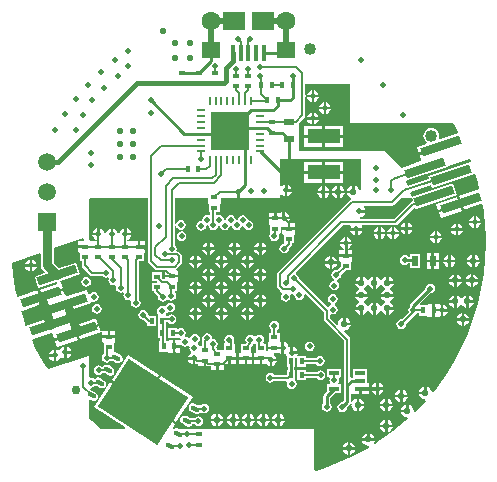
<source format=gbl>
%FSLAX24Y24*%
%MOIN*%
G70*
G01*
G75*
G04 Layer_Physical_Order=6*
G04 Layer_Color=16711680*
%ADD10C,0.0080*%
%ADD11R,0.0650X0.1122*%
%ADD12R,0.0354X0.0118*%
G04:AMPARAMS|DCode=13|XSize=29.9mil|YSize=50mil|CornerRadius=0mil|HoleSize=0mil|Usage=FLASHONLY|Rotation=327.000|XOffset=0mil|YOffset=0mil|HoleType=Round|Shape=Rectangle|*
%AMROTATEDRECTD13*
4,1,4,-0.0262,-0.0128,0.0011,0.0291,0.0262,0.0128,-0.0011,-0.0291,-0.0262,-0.0128,0.0*
%
%ADD13ROTATEDRECTD13*%

%ADD14R,0.2598X0.2598*%
%ADD15O,0.0354X0.0098*%
%ADD16O,0.0098X0.0354*%
%ADD17O,0.0098X0.0335*%
%ADD18O,0.0335X0.0098*%
%ADD19R,0.1417X0.1417*%
G04:AMPARAMS|DCode=20|XSize=50mil|YSize=100mil|CornerRadius=0mil|HoleSize=0mil|Usage=FLASHONLY|Rotation=56.000|XOffset=0mil|YOffset=0mil|HoleType=Round|Shape=Rectangle|*
%AMROTATEDRECTD20*
4,1,4,0.0275,-0.0487,-0.0554,0.0072,-0.0275,0.0487,0.0554,-0.0072,0.0275,-0.0487,0.0*
%
%ADD20ROTATEDRECTD20*%

%ADD21R,0.0276X0.0079*%
%ADD22R,0.0157X0.0236*%
%ADD23R,0.0591X0.1024*%
%ADD24R,0.0236X0.0157*%
%ADD25R,0.0138X0.0217*%
%ADD26R,0.0335X0.0118*%
%ADD27R,0.0197X0.0315*%
%ADD28R,0.0551X0.0453*%
%ADD29R,0.0197X0.0354*%
%ADD30R,0.0394X0.0197*%
%ADD31R,0.0374X0.0335*%
%ADD32R,0.2126X0.0374*%
%ADD33R,0.1378X0.0768*%
%ADD34R,0.0984X0.1260*%
G04:AMPARAMS|DCode=35|XSize=28.7mil|YSize=135mil|CornerRadius=0mil|HoleSize=0mil|Usage=FLASHONLY|Rotation=108.600|XOffset=0mil|YOffset=0mil|HoleType=Round|Shape=Rectangle|*
%AMROTATEDRECTD35*
4,1,4,0.0686,0.0079,-0.0594,-0.0352,-0.0686,-0.0079,0.0594,0.0352,0.0686,0.0079,0.0*
%
%ADD35ROTATEDRECTD35*%

%ADD36C,0.0130*%
%ADD37C,0.0060*%
%ADD38C,0.0200*%
%ADD39C,0.0100*%
%ADD40C,0.0300*%
%ADD41C,0.0123*%
%ADD42C,0.0630*%
%ADD43R,0.0591X0.0591*%
%ADD44C,0.0591*%
%ADD45C,0.0217*%
%ADD46C,0.0315*%
%ADD47C,0.0200*%
%ADD48C,0.0400*%
%ADD49C,0.0300*%
%ADD50C,0.0220*%
%ADD51R,0.0354X0.0157*%
%ADD52O,0.0315X0.0098*%
%ADD53O,0.0098X0.0315*%
%ADD54R,0.1299X0.1299*%
G04:AMPARAMS|DCode=55|XSize=189mil|YSize=236.2mil|CornerRadius=0mil|HoleSize=0mil|Usage=FLASHONLY|Rotation=237.000|XOffset=0mil|YOffset=0mil|HoleType=Round|Shape=Rectangle|*
%AMROTATEDRECTD55*
4,1,4,-0.0476,0.1436,0.1505,0.0149,0.0476,-0.1436,-0.1505,-0.0149,-0.0476,0.1436,0.0*
%
%ADD55ROTATEDRECTD55*%

G04:AMPARAMS|DCode=56|XSize=15.7mil|YSize=31.5mil|CornerRadius=0mil|HoleSize=0mil|Usage=FLASHONLY|Rotation=237.000|XOffset=0mil|YOffset=0mil|HoleType=Round|Shape=Round|*
%AMOVALD56*
21,1,0.0157,0.0157,0.0000,0.0000,327.0*
1,1,0.0157,-0.0066,0.0043*
1,1,0.0157,0.0066,-0.0043*
%
%ADD56OVALD56*%

%ADD57R,0.1102X0.0492*%
%ADD58R,0.0157X0.0532*%
%ADD59R,0.0748X0.0630*%
%ADD60R,0.0630X0.0551*%
%ADD61R,0.0354X0.0197*%
%ADD62C,0.0150*%
G36*
X-6033Y-2069D02*
X-6767Y-2316D01*
X-6714Y-2473D01*
X-6702Y-2509D01*
X-6741Y-2535D01*
X-7407Y-2759D01*
X-7407D01*
Y-2759D01*
X-7429Y-2718D01*
X-7494Y-2544D01*
X-7576Y-2275D01*
X-7571Y-2274D01*
X-7524Y-2258D01*
X-6904Y-2049D01*
X-6846Y-2082D01*
X-6793Y-2240D01*
X-6058Y-1993D01*
X-6033Y-2069D01*
D02*
G37*
G36*
X3400Y4000D02*
X6827D01*
X6854Y3957D01*
X6991Y3701D01*
X6972Y3655D01*
X6389Y3459D01*
X6352Y3499D01*
X6353Y3502D01*
X6362Y3570D01*
X6353Y3638D01*
X6327Y3701D01*
X6285Y3755D01*
X6231Y3797D01*
X6168Y3823D01*
X6100Y3832D01*
X6032Y3823D01*
X5969Y3797D01*
X5915Y3755D01*
X5873Y3701D01*
X5847Y3638D01*
X5838Y3570D01*
X5847Y3502D01*
X5873Y3439D01*
X5915Y3385D01*
X5944Y3362D01*
X5935Y3306D01*
X5623Y3201D01*
X5688Y3008D01*
X6423Y3255D01*
X6448Y3179D01*
X5714Y2932D01*
X5765Y2778D01*
X5737Y2716D01*
X5210Y2548D01*
X5100Y2500D01*
X4550Y3050D01*
X1700D01*
Y4006D01*
X1872Y4178D01*
X1894Y4211D01*
X1902Y4250D01*
Y4866D01*
X1913Y4867D01*
Y4933D01*
X1902Y4934D01*
Y5300D01*
X3400D01*
Y4000D01*
D02*
G37*
G36*
X3750Y1776D02*
X3700Y1771D01*
X3698Y1782D01*
X3651Y1851D01*
X3582Y1898D01*
X3540Y1906D01*
Y1700D01*
X3500D01*
Y1660D01*
X3294D01*
X3302Y1618D01*
X3349Y1549D01*
X3418Y1502D01*
X3432Y1499D01*
Y1448D01*
D01*
D01*
X3411Y1444D01*
X3378Y1422D01*
X3106Y1150D01*
X978Y-978D01*
X956Y-1011D01*
X948Y-1050D01*
Y-1433D01*
X956Y-1472D01*
X978Y-1505D01*
X1054Y-1581D01*
X1055Y-1587D01*
X1056Y-1589D01*
X1078Y-1622D01*
X1096Y-1634D01*
X1111Y-1655D01*
X1111Y-1695D01*
X1089Y-1728D01*
X1077Y-1790D01*
X1089Y-1853D01*
X1125Y-1905D01*
X1178Y-1941D01*
X1240Y-1953D01*
X1303Y-1941D01*
X1355Y-1905D01*
X1391Y-1853D01*
X1403Y-1790D01*
X1394Y-1744D01*
X1395Y-1742D01*
X1427Y-1708D01*
X1433Y-1705D01*
X1476Y-1713D01*
X1494Y-1710D01*
X1537Y-1750D01*
X1549Y-1812D01*
X1585Y-1865D01*
X1638Y-1901D01*
X1700Y-1913D01*
X1762Y-1901D01*
X1815Y-1865D01*
X1851Y-1812D01*
X1863Y-1750D01*
X1858Y-1722D01*
X1904Y-1697D01*
X2516Y-2310D01*
Y-2538D01*
X2524Y-2577D01*
X2546Y-2610D01*
X3198Y-3262D01*
Y-4705D01*
X3196Y-4707D01*
X3188Y-4750D01*
X3188Y-4750D01*
Y-5252D01*
X3128Y-5312D01*
X3124Y-5311D01*
X3062Y-5324D01*
X3009Y-5359D01*
X2974Y-5412D01*
X2961Y-5474D01*
X2974Y-5537D01*
X3009Y-5590D01*
X3062Y-5625D01*
X3124Y-5637D01*
X3187Y-5625D01*
X3240Y-5590D01*
X3275Y-5537D01*
X3287Y-5474D01*
X3287Y-5470D01*
X3379Y-5378D01*
X3379Y-5378D01*
X3394Y-5356D01*
X3441Y-5376D01*
X3436Y-5400D01*
X3452Y-5482D01*
X3499Y-5551D01*
X3568Y-5598D01*
X3610Y-5606D01*
Y-5400D01*
Y-5194D01*
X3568Y-5202D01*
X3499Y-5249D01*
X3461Y-5305D01*
X3441Y-5303D01*
X3412Y-5288D01*
Y-5050D01*
X3456Y-5035D01*
X3456Y-5035D01*
Y-5035D01*
X3456Y-5035D01*
X3693D01*
Y-4856D01*
X3733D01*
Y-4816D01*
X4010D01*
Y-4677D01*
X3970D01*
Y-4483D01*
Y-4205D01*
X3496D01*
Y-4476D01*
X3448Y-4486D01*
X3402Y-4446D01*
Y-3220D01*
X3394Y-3181D01*
X3372Y-3148D01*
X3182Y-2958D01*
X3208Y-2913D01*
X3282Y-2898D01*
X3351Y-2851D01*
X3398Y-2782D01*
X3406Y-2740D01*
X3200D01*
Y-2700D01*
X3160D01*
Y-2494D01*
X3118Y-2502D01*
X3049Y-2549D01*
X3002Y-2618D01*
X2987Y-2692D01*
X2942Y-2718D01*
X2720Y-2496D01*
Y-2400D01*
X2770Y-2371D01*
X2818Y-2381D01*
X2881Y-2369D01*
X2934Y-2333D01*
X2969Y-2280D01*
X2981Y-2218D01*
X2969Y-2155D01*
X2934Y-2102D01*
X2884Y-2069D01*
X2881Y-2048D01*
Y-2038D01*
X2884Y-2017D01*
X2934Y-1983D01*
X2969Y-1930D01*
X2981Y-1868D01*
X2969Y-1805D01*
X2934Y-1752D01*
X2881Y-1717D01*
X2818Y-1705D01*
X2756Y-1717D01*
X2703Y-1752D01*
X2668Y-1805D01*
X2655Y-1868D01*
X2668Y-1930D01*
X2703Y-1983D01*
X2753Y-2017D01*
X2756Y-2038D01*
Y-2048D01*
X2753Y-2069D01*
X2703Y-2102D01*
X2689Y-2123D01*
X2625Y-2131D01*
X1678Y-1184D01*
X1681Y-1168D01*
X1669Y-1105D01*
X1634Y-1052D01*
X1593Y-1025D01*
X1578Y-969D01*
X3146Y598D01*
X3398D01*
X3425Y548D01*
X3412Y528D01*
X3404Y490D01*
X3796D01*
X3788Y528D01*
X3775Y548D01*
X3802Y598D01*
X4900D01*
X4939Y606D01*
X4972Y628D01*
X5509Y1164D01*
X5566Y1151D01*
X5573Y1129D01*
X6583Y1469D01*
X6967Y1598D01*
X6837Y1984D01*
X5446Y1516D01*
X5392Y1669D01*
X5414Y1714D01*
X6090Y1940D01*
X6123Y1842D01*
X7513Y2310D01*
X7563Y2317D01*
X7645Y2048D01*
X7705Y1791D01*
X7034Y1565D01*
X7111Y1334D01*
X7189Y1103D01*
X7535Y1220D01*
D01*
X7764Y1297D01*
X7807Y1271D01*
X7847Y1033D01*
X7860Y894D01*
X7878Y718D01*
X7897Y518D01*
X7906Y262D01*
X7914Y0D01*
X7897Y-518D01*
X7847Y-1033D01*
X7762Y-1544D01*
X7645Y-2048D01*
X7494Y-2544D01*
X7312Y-3029D01*
X7098Y-3500D01*
X6854Y-3957D01*
X6580Y-4397D01*
X6279Y-4818D01*
X6158Y-4965D01*
X6104Y-4951D01*
X6098Y-4918D01*
X6051Y-4849D01*
X5982Y-4802D01*
X5940Y-4794D01*
Y-5000D01*
X5900D01*
Y-5040D01*
X5694D01*
X5702Y-5082D01*
X5749Y-5151D01*
X5818Y-5198D01*
X5888Y-5212D01*
X5905Y-5246D01*
X5908Y-5263D01*
X5596Y-5596D01*
X5559Y-5631D01*
X5513Y-5606D01*
X5514Y-5600D01*
X5498Y-5518D01*
X5451Y-5449D01*
X5382Y-5402D01*
X5340Y-5394D01*
Y-5600D01*
X5300D01*
Y-5640D01*
X5094D01*
X5102Y-5682D01*
X5149Y-5751D01*
X5218Y-5798D01*
X5292Y-5813D01*
X5317Y-5858D01*
X5218Y-5950D01*
X4818Y-6279D01*
X4397Y-6580D01*
X4218Y-6692D01*
X4182Y-6655D01*
X4198Y-6632D01*
X4206Y-6590D01*
X3794D01*
X3802Y-6632D01*
X3849Y-6701D01*
X3918Y-6748D01*
X4000Y-6764D01*
X4010Y-6762D01*
X4029Y-6809D01*
X3957Y-6854D01*
X3500Y-7098D01*
X3029Y-7312D01*
X2544Y-7494D01*
X2245Y-7585D01*
X2205Y-7555D01*
X2205Y-6196D01*
X-2033D01*
X-2043Y-6194D01*
X-2054Y-6196D01*
X-2320D01*
X-2321Y-6195D01*
X-2372Y-6175D01*
X-2427Y-6175D01*
X-2474Y-6196D01*
X-2502D01*
X-2526Y-6152D01*
X-2447Y-6031D01*
X-3522Y-5334D01*
X-4596Y-4636D01*
X-5144Y-5479D01*
X-4113Y-6148D01*
X-4127Y-6196D01*
X-4919D01*
X-5218Y-5950D01*
X-5295Y-5878D01*
Y-5249D01*
X-5252Y-5226D01*
X-5224Y-5244D01*
X-5172Y-5264D01*
X-5117Y-5263D01*
X-5067Y-5241D01*
X-5028Y-5202D01*
X-5008Y-5151D01*
X-5008Y-5095D01*
X-5030Y-5045D01*
X-5070Y-5006D01*
X-5202Y-4920D01*
X-5249Y-4902D01*
X-5283Y-4868D01*
X-5259Y-4824D01*
X-5257Y-4822D01*
X-5237Y-4826D01*
X-5175Y-4813D01*
X-5122Y-4778D01*
X-5113Y-4765D01*
X-5043D01*
X-4951Y-4824D01*
X-4900Y-4845D01*
X-4845Y-4844D01*
X-4794Y-4822D01*
X-4756Y-4783D01*
X-4735Y-4731D01*
X-4736Y-4676D01*
X-4758Y-4625D01*
X-4797Y-4587D01*
X-4929Y-4501D01*
X-4981Y-4481D01*
X-5036Y-4481D01*
X-5087Y-4503D01*
X-5125Y-4543D01*
X-5128Y-4544D01*
X-5175Y-4512D01*
X-5237Y-4500D01*
X-5257Y-4503D01*
X-5295Y-4472D01*
Y-3762D01*
X-6694Y-4214D01*
X-6854Y-3957D01*
X-7098Y-3500D01*
X-7213Y-3247D01*
X-7193Y-3201D01*
X-6585Y-2997D01*
X-6527Y-3030D01*
X-6474Y-3188D01*
X-5739Y-2941D01*
X-5673Y-2918D01*
X-5005Y-2693D01*
X-5070Y-2500D01*
X-5255Y-2563D01*
X-5736Y-2725D01*
X-5794Y-2691D01*
X-5848Y-2534D01*
X-6582Y-2781D01*
X-6608Y-2705D01*
X-5873Y-2458D01*
X-5926Y-2300D01*
X-5938Y-2265D01*
X-5900Y-2239D01*
X-5233Y-2014D01*
X-5241Y-1992D01*
X-5229Y-1976D01*
X-5201Y-1953D01*
X-5150Y-1963D01*
X-5088Y-1951D01*
X-5035Y-1915D01*
X-4999Y-1862D01*
X-4987Y-1800D01*
X-4999Y-1738D01*
X-5035Y-1685D01*
X-5088Y-1649D01*
X-5150Y-1637D01*
X-5212Y-1649D01*
X-5245Y-1671D01*
D01*
X-5265Y-1685D01*
X-5283Y-1710D01*
X-5338Y-1703D01*
X-5389Y-1552D01*
X-6055Y-1777D01*
X-6113Y-1744D01*
X-6166Y-1586D01*
X-6901Y-1833D01*
X-6914Y-1795D01*
X-6952Y-1808D01*
X-7030Y-1577D01*
X-7666Y-1792D01*
X-7710Y-1767D01*
X-7762Y-1544D01*
X-7847Y-1033D01*
X-7883Y-662D01*
X-6955Y-334D01*
X-6914Y-363D01*
Y-747D01*
X-6898Y-829D01*
X-6851Y-899D01*
X-6785Y-965D01*
X-6797Y-1014D01*
X-7126Y-1124D01*
X-6996Y-1510D01*
X-6387Y-1305D01*
X-6383Y-1307D01*
X-6386Y-1360D01*
X-6954Y-1552D01*
X-6889Y-1745D01*
X-6192Y-1510D01*
X-6257Y-1317D01*
X-6257Y-1317D01*
X-6267Y-1270D01*
X-6251Y-1260D01*
X-5603Y-1041D01*
X-5733Y-655D01*
X-6299Y-846D01*
X-6486Y-659D01*
Y-169D01*
X-5527Y170D01*
X-5483Y148D01*
X-5465Y96D01*
X-5495Y56D01*
X-5668D01*
Y-83D01*
X-5450D01*
Y-163D01*
X-5668D01*
Y-302D01*
X-5660D01*
X-5628Y-338D01*
Y-616D01*
X-5552D01*
Y-750D01*
X-5544Y-789D01*
X-5522Y-822D01*
X-5272Y-1072D01*
X-5245Y-1090D01*
X-5239Y-1094D01*
X-5200Y-1102D01*
X-4874D01*
X-4865Y-1115D01*
X-4812Y-1151D01*
X-4750Y-1163D01*
X-4688Y-1151D01*
X-4685Y-1149D01*
X-4649Y-1185D01*
X-4651Y-1188D01*
X-4663Y-1250D01*
X-4651Y-1312D01*
X-4615Y-1365D01*
X-4562Y-1401D01*
X-4500Y-1413D01*
X-4438Y-1401D01*
X-4435Y-1399D01*
X-4399Y-1435D01*
X-4401Y-1438D01*
X-4413Y-1500D01*
X-4401Y-1562D01*
X-4365Y-1615D01*
X-4312Y-1651D01*
X-4250Y-1663D01*
X-4188Y-1651D01*
X-4185Y-1649D01*
X-4149Y-1685D01*
X-4151Y-1688D01*
X-4163Y-1750D01*
X-4151Y-1812D01*
X-4115Y-1865D01*
X-4062Y-1901D01*
X-4000Y-1913D01*
X-3938Y-1901D01*
X-3935Y-1899D01*
X-3899Y-1935D01*
X-3901Y-1938D01*
X-3913Y-2000D01*
X-3901Y-2062D01*
X-3865Y-2115D01*
X-3812Y-2151D01*
X-3750Y-2163D01*
X-3688Y-2151D01*
X-3635Y-2115D01*
X-3599Y-2062D01*
X-3587Y-2000D01*
X-3599Y-1938D01*
X-3635Y-1885D01*
X-3648Y-1876D01*
Y-619D01*
X-3645Y-616D01*
X-3472D01*
Y-352D01*
X-3472Y-338D01*
X-3440Y-302D01*
X-3432D01*
Y-163D01*
X-3650D01*
Y-123D01*
X-3690D01*
Y56D01*
X-3832D01*
X-3868Y56D01*
X-3875D01*
X-3882D01*
X-3918Y56D01*
X-4046D01*
X-4051Y106D01*
X-4022Y112D01*
X-3956Y156D01*
X-3912Y222D01*
X-3904Y260D01*
X-4100D01*
Y300D01*
X-4140D01*
Y496D01*
X-4178Y488D01*
X-4244Y444D01*
X-4288Y378D01*
X-4300Y322D01*
X-4350D01*
X-4362Y378D01*
X-4406Y444D01*
X-4472Y488D01*
X-4510Y496D01*
Y300D01*
X-4590D01*
Y496D01*
X-4628Y488D01*
X-4694Y444D01*
X-4738Y378D01*
X-4750Y322D01*
X-4800D01*
X-4812Y378D01*
X-4856Y444D01*
X-4922Y488D01*
X-4960Y496D01*
Y300D01*
X-5000D01*
Y260D01*
X-5196D01*
X-5188Y222D01*
X-5144Y156D01*
X-5078Y112D01*
X-5049Y106D01*
X-5054Y56D01*
X-5182D01*
X-5218Y56D01*
X-5225D01*
X-5232D01*
X-5245D01*
X-5295Y95D01*
Y1469D01*
X-5260Y1504D01*
X-3342D01*
Y-600D01*
X-3335Y-635D01*
X-3315Y-665D01*
X-3115Y-865D01*
X-3085Y-885D01*
X-3050Y-892D01*
X-2815D01*
X-2778Y-924D01*
X-2778Y-942D01*
Y-1063D01*
X-2342D01*
Y-924D01*
X-2384D01*
X-2399Y-874D01*
X-2385Y-865D01*
X-2235Y-715D01*
X-2215Y-685D01*
X-2208Y-650D01*
Y-450D01*
X-2215Y-415D01*
X-2235Y-385D01*
X-2303Y-317D01*
X-2333Y-297D01*
X-2368Y-290D01*
X-2375D01*
X-2378Y-286D01*
X-2397Y-240D01*
X-2386Y-185D01*
X-2398Y-123D01*
X-2434Y-70D01*
X-2457Y-54D01*
Y565D01*
X-2407Y570D01*
X-2401Y538D01*
X-2365Y485D01*
X-2312Y449D01*
X-2283Y443D01*
X-2283D01*
X-2280Y443D01*
X-2250Y436D01*
X-2248Y428D01*
X-2242Y394D01*
X-2242Y394D01*
X-2242Y393D01*
X-2242Y388D01*
X-2276Y381D01*
X-2276D01*
X-2289Y378D01*
X-2342Y343D01*
X-2378Y290D01*
X-2390Y227D01*
X-2378Y165D01*
X-2342Y112D01*
X-2289Y77D01*
X-2227Y64D01*
X-2165Y77D01*
X-2112Y112D01*
X-2076Y165D01*
X-2064Y227D01*
X-2076Y290D01*
X-2112Y343D01*
X-2165Y378D01*
X-2194Y384D01*
X-2194D01*
X-2197Y385D01*
X-2227Y391D01*
X-2229Y399D01*
X-2235Y433D01*
X-2235Y433D01*
X-2235Y435D01*
X-2235Y440D01*
X-2201Y447D01*
X-2201D01*
X-2188Y449D01*
X-2135Y485D01*
X-2099Y538D01*
X-2087Y600D01*
X-2099Y662D01*
X-2135Y715D01*
X-2188Y751D01*
X-2250Y763D01*
X-2312Y751D01*
X-2365Y715D01*
X-2401Y662D01*
X-2407Y630D01*
X-2457Y635D01*
Y1504D01*
X-1348D01*
Y1348D01*
X-1340D01*
X-1308Y1312D01*
X-1308Y1298D01*
Y1034D01*
X-1266D01*
Y953D01*
X-1270Y951D01*
X-1316Y932D01*
X-1371Y943D01*
X-1433Y930D01*
X-1486Y895D01*
X-1521Y842D01*
X-1534Y779D01*
X-1531Y766D01*
X-1557Y740D01*
X-1575Y729D01*
X-1630Y718D01*
X-1683Y683D01*
X-1718Y630D01*
X-1731Y567D01*
X-1718Y505D01*
X-1683Y452D01*
X-1630Y417D01*
X-1567Y404D01*
X-1505Y417D01*
X-1452Y452D01*
X-1417Y505D01*
X-1404Y567D01*
X-1365Y599D01*
X-1336Y584D01*
X-1324Y524D01*
X-1289Y471D01*
X-1236Y435D01*
X-1174Y423D01*
X-1111Y435D01*
X-1058Y471D01*
X-1023Y524D01*
X-1015Y566D01*
X-1002Y581D01*
X-952Y580D01*
X-940Y566D01*
X-931Y518D01*
X-895Y465D01*
X-843Y429D01*
X-780Y417D01*
X-718Y429D01*
X-665Y465D01*
X-629Y518D01*
X-619Y570D01*
X-587Y585D01*
X-543Y555D01*
X-537Y524D01*
X-502Y471D01*
X-449Y436D01*
X-386Y423D01*
X-324Y436D01*
X-271Y471D01*
X-236Y524D01*
X-227Y567D01*
X-226Y568D01*
X-192Y578D01*
X-147Y545D01*
X-143Y525D01*
X-108Y472D01*
X-55Y437D01*
X7Y424D01*
X70Y437D01*
X123Y472D01*
X158Y525D01*
X170Y587D01*
X158Y650D01*
X123Y703D01*
X70Y738D01*
X22Y748D01*
X6Y752D01*
X-33Y793D01*
X-39Y823D01*
X-74Y876D01*
X-127Y911D01*
X-190Y924D01*
X-252Y911D01*
X-305Y876D01*
X-340Y823D01*
X-349Y780D01*
X-383Y771D01*
X-427Y803D01*
X-433Y829D01*
X-468Y882D01*
X-521Y917D01*
X-583Y930D01*
X-646Y917D01*
X-699Y882D01*
X-734Y829D01*
X-742Y787D01*
X-755Y772D01*
X-805Y773D01*
X-817Y787D01*
X-826Y835D01*
X-862Y888D01*
X-914Y924D01*
X-977Y936D01*
X-1032Y925D01*
X-1078Y944D01*
X-1082Y947D01*
Y1034D01*
X-952D01*
Y1298D01*
X-952Y1312D01*
X-920Y1348D01*
X-912D01*
Y1504D01*
X-372D01*
X-370Y1504D01*
Y1700D01*
X-290D01*
Y1504D01*
X-288Y1504D01*
X1050D01*
Y1599D01*
X1100Y1614D01*
X1106Y1606D01*
X1172Y1562D01*
X1210Y1554D01*
Y1750D01*
Y1946D01*
X1172Y1938D01*
X1106Y1894D01*
X1100Y1885D01*
X1050Y1901D01*
Y2800D01*
X3750D01*
Y1776D01*
D02*
G37*
G36*
X5476Y1419D02*
X5461Y1394D01*
X5428Y1372D01*
X4858Y802D01*
X3734D01*
X3730Y852D01*
X3778Y862D01*
X3844Y906D01*
X3888Y972D01*
X3896Y1010D01*
X3700D01*
Y1090D01*
X3896D01*
X3888Y1128D01*
X3844Y1194D01*
X3838Y1198D01*
X3854Y1248D01*
X4800D01*
X4839Y1256D01*
X4872Y1278D01*
X5099Y1504D01*
X5447D01*
X5476Y1419D01*
D02*
G37*
G36*
X7428Y2719D02*
X7428Y2719D01*
X7384Y2696D01*
X5993Y2228D01*
X6013Y2167D01*
X5991Y2122D01*
X5313Y1895D01*
X5265Y2030D01*
X5297Y2091D01*
X6648Y2546D01*
Y2546D01*
X6650Y2550D01*
X7398Y2799D01*
X7428Y2719D01*
D02*
G37*
%LPC*%
G36*
X-5050Y-2037D02*
X-5112Y-2049D01*
X-5165Y-2085D01*
X-5201Y-2138D01*
X-5213Y-2200D01*
X-5201Y-2262D01*
X-5165Y-2315D01*
X-5112Y-2351D01*
X-5050Y-2363D01*
X-4988Y-2351D01*
X-4935Y-2315D01*
X-4899Y-2262D01*
X-4887Y-2200D01*
X-4899Y-2138D01*
X-4935Y-2085D01*
X-4988Y-2049D01*
X-5050Y-2037D01*
D02*
G37*
G36*
X4839Y-2224D02*
X4674D01*
Y-2388D01*
X4716Y-2380D01*
X4785Y-2334D01*
X4831Y-2265D01*
X4839Y-2224D01*
D02*
G37*
G36*
X3973Y-1791D02*
X3564D01*
X3572Y-1832D01*
X3618Y-1901D01*
X3676Y-1940D01*
X3680Y-1956D01*
Y-1979D01*
X3676Y-1995D01*
X3618Y-2034D01*
X3572Y-2103D01*
X3564Y-2144D01*
X3768D01*
Y-2184D01*
X3808D01*
Y-2388D01*
X3850Y-2380D01*
X3918Y-2334D01*
X3957Y-2276D01*
X3973Y-2273D01*
X3996D01*
X4013Y-2276D01*
X4051Y-2334D01*
X4120Y-2380D01*
X4161Y-2388D01*
Y-2184D01*
Y-1980D01*
X4120Y-1988D01*
X4051Y-2034D01*
X4013Y-2092D01*
X3996Y-2095D01*
X3973D01*
X3957Y-2092D01*
X3918Y-2034D01*
X3861Y-1995D01*
X3857Y-1979D01*
Y-1956D01*
X3861Y-1940D01*
X3918Y-1901D01*
X3965Y-1832D01*
X3973Y-1791D01*
D02*
G37*
G36*
X6356Y-2032D02*
X6356Y-2032D01*
X6217D01*
Y-2250D01*
Y-2468D01*
X6356D01*
X6356Y-2468D01*
Y-2468D01*
X6406Y-2445D01*
X6410Y-2446D01*
Y-2250D01*
Y-2054D01*
X6406Y-2055D01*
X6356Y-2032D01*
Y-2032D01*
D02*
G37*
G36*
X6646Y-2290D02*
X6490D01*
Y-2446D01*
X6528Y-2438D01*
X6594Y-2394D01*
X6638Y-2328D01*
X6646Y-2290D01*
D02*
G37*
G36*
X3728Y-2224D02*
X3564D01*
X3572Y-2265D01*
X3618Y-2334D01*
X3687Y-2380D01*
X3728Y-2388D01*
Y-2224D01*
D02*
G37*
G36*
X8Y-2146D02*
Y-2310D01*
X172D01*
X164Y-2269D01*
X118Y-2200D01*
X49Y-2154D01*
X8Y-2146D01*
D02*
G37*
G36*
X-72D02*
X-113Y-2154D01*
X-182Y-2200D01*
X-228Y-2269D01*
X-236Y-2310D01*
X-72D01*
Y-2146D01*
D02*
G37*
G36*
X6860Y-1990D02*
X6694D01*
X6702Y-2032D01*
X6749Y-2101D01*
X6818Y-2148D01*
X6860Y-2156D01*
Y-1990D01*
D02*
G37*
G36*
X6490Y-2054D02*
Y-2210D01*
X6646D01*
X6638Y-2172D01*
X6594Y-2106D01*
X6528Y-2062D01*
X6490Y-2054D01*
D02*
G37*
G36*
X-1724Y-2146D02*
Y-2310D01*
X-1560D01*
X-1568Y-2269D01*
X-1614Y-2200D01*
X-1683Y-2154D01*
X-1724Y-2146D01*
D02*
G37*
G36*
X-1804D02*
X-1846Y-2154D01*
X-1914Y-2200D01*
X-1961Y-2269D01*
X-1969Y-2310D01*
X-1804D01*
Y-2146D01*
D02*
G37*
G36*
X-858D02*
Y-2310D01*
X-694D01*
X-702Y-2269D01*
X-748Y-2200D01*
X-817Y-2154D01*
X-858Y-2146D01*
D02*
G37*
G36*
X-938D02*
X-979Y-2154D01*
X-1048Y-2200D01*
X-1094Y-2269D01*
X-1103Y-2310D01*
X-938D01*
Y-2146D01*
D02*
G37*
G36*
X7190Y-2344D02*
Y-2510D01*
X7356D01*
X7348Y-2468D01*
X7301Y-2399D01*
X7232Y-2352D01*
X7190Y-2344D01*
D02*
G37*
G36*
X-4495Y-2944D02*
D01*
X-4610D01*
Y-3083D01*
X-4432D01*
Y-2944D01*
X-4495D01*
D02*
G37*
G36*
X-4979Y-2769D02*
X-5676Y-3004D01*
X-5611Y-3197D01*
X-5295Y-3091D01*
D01*
D01*
X-4918Y-2964D01*
X-4868Y-2966D01*
Y-2994D01*
Y-3083D01*
X-4690D01*
Y-2944D01*
X-4868D01*
Y-2944D01*
X-4918Y-2950D01*
X-4930Y-2916D01*
D01*
X-4979Y-2769D01*
D02*
G37*
G36*
X7110Y-2590D02*
X6944D01*
X6952Y-2632D01*
X6999Y-2701D01*
X7068Y-2748D01*
X7110Y-2756D01*
Y-2590D01*
D02*
G37*
G36*
X-3500Y-2237D02*
X-3562Y-2249D01*
X-3615Y-2285D01*
X-3651Y-2338D01*
X-3663Y-2400D01*
X-3651Y-2462D01*
X-3615Y-2515D01*
X-3562Y-2551D01*
X-3500Y-2563D01*
X-3484Y-2560D01*
X-3372Y-2672D01*
X-3366Y-2676D01*
Y-2778D01*
X-3088D01*
Y-2422D01*
X-3290D01*
X-3337Y-2400D01*
X-3349Y-2338D01*
X-3385Y-2285D01*
X-3438Y-2249D01*
X-3500Y-2237D01*
D02*
G37*
G36*
X-6060Y-3454D02*
Y-3610D01*
X-5904D01*
X-5912Y-3572D01*
X-5956Y-3506D01*
X-6022Y-3462D01*
X-6060Y-3454D01*
D02*
G37*
G36*
X2050Y-3287D02*
X1988Y-3299D01*
X1935Y-3335D01*
X1899Y-3388D01*
X1887Y-3450D01*
X1899Y-3512D01*
X1935Y-3565D01*
X1988Y-3601D01*
X2050Y-3613D01*
X2112Y-3601D01*
X2165Y-3565D01*
X2201Y-3512D01*
X2213Y-3450D01*
X2201Y-3388D01*
X2165Y-3335D01*
X2112Y-3299D01*
X2050Y-3287D01*
D02*
G37*
G36*
X-5752Y-3029D02*
X-6449Y-3264D01*
X-6384Y-3457D01*
X-5687Y-3222D01*
X-5752Y-3029D01*
D02*
G37*
G36*
X-6140Y-3454D02*
X-6178Y-3462D01*
X-6244Y-3506D01*
X-6288Y-3572D01*
X-6341Y-3582D01*
X-6372Y-3562D01*
X-6410Y-3554D01*
Y-3750D01*
Y-3946D01*
X-6372Y-3938D01*
X-6306Y-3894D01*
X-6262Y-3828D01*
X-6209Y-3818D01*
X-6178Y-3838D01*
X-6140Y-3846D01*
Y-3650D01*
Y-3454D01*
D02*
G37*
G36*
X7356Y-2590D02*
X7190D01*
Y-2756D01*
X7232Y-2748D01*
X7301Y-2701D01*
X7348Y-2632D01*
X7356Y-2590D01*
D02*
G37*
G36*
X-72Y-2390D02*
X-236D01*
X-228Y-2432D01*
X-182Y-2501D01*
X-113Y-2547D01*
X-72Y-2555D01*
Y-2390D01*
D02*
G37*
G36*
X-694D02*
X-858D01*
Y-2555D01*
X-817Y-2547D01*
X-748Y-2501D01*
X-702Y-2432D01*
X-694Y-2390D01*
D02*
G37*
G36*
X7110Y-2344D02*
X7068Y-2352D01*
X6999Y-2399D01*
X6952Y-2468D01*
X6944Y-2510D01*
X7110D01*
Y-2344D01*
D02*
G37*
G36*
X172Y-2390D02*
X8D01*
Y-2555D01*
X49Y-2547D01*
X118Y-2501D01*
X164Y-2432D01*
X172Y-2390D01*
D02*
G37*
G36*
X-1804D02*
X-1969D01*
X-1961Y-2432D01*
X-1914Y-2501D01*
X-1846Y-2547D01*
X-1804Y-2555D01*
Y-2390D01*
D02*
G37*
G36*
X3240Y-2494D02*
Y-2660D01*
X3406D01*
X3398Y-2618D01*
X3351Y-2549D01*
X3282Y-2502D01*
X3240Y-2494D01*
D02*
G37*
G36*
X-938Y-2390D02*
X-1103D01*
X-1094Y-2432D01*
X-1048Y-2501D01*
X-979Y-2547D01*
X-938Y-2555D01*
Y-2390D01*
D02*
G37*
G36*
X-1560D02*
X-1724D01*
Y-2555D01*
X-1683Y-2547D01*
X-1614Y-2501D01*
X-1568Y-2432D01*
X-1560Y-2390D01*
D02*
G37*
G36*
X7506Y-1990D02*
X7340D01*
Y-2156D01*
X7382Y-2148D01*
X7451Y-2101D01*
X7498Y-2032D01*
X7506Y-1990D01*
D02*
G37*
G36*
X-72Y-1524D02*
X-236D01*
X-228Y-1566D01*
X-182Y-1634D01*
X-113Y-1681D01*
X-72Y-1689D01*
Y-1524D01*
D02*
G37*
G36*
X-694D02*
X-858D01*
Y-1689D01*
X-817Y-1681D01*
X-748Y-1634D01*
X-702Y-1566D01*
X-694Y-1524D01*
D02*
G37*
G36*
X6068Y-1355D02*
X6006Y-1367D01*
X5953Y-1402D01*
X5918Y-1455D01*
X5905Y-1518D01*
X5906Y-1522D01*
X5414Y-2014D01*
X5389Y-2050D01*
X5381Y-2093D01*
X5381Y-2093D01*
Y-2125D01*
X5378Y-2128D01*
X5342Y-2181D01*
X5330Y-2243D01*
X5342Y-2305D01*
X5346Y-2310D01*
X5110Y-2546D01*
X5094Y-2542D01*
X5032Y-2555D01*
X4979Y-2590D01*
X4944Y-2643D01*
X4931Y-2706D01*
X4944Y-2768D01*
X4979Y-2821D01*
X5032Y-2856D01*
X5094Y-2869D01*
X5157Y-2856D01*
X5210Y-2821D01*
X5245Y-2768D01*
X5258Y-2706D01*
X5254Y-2690D01*
X5549Y-2395D01*
X5555Y-2394D01*
X5608Y-2358D01*
X5617Y-2345D01*
X5684D01*
Y-2428D01*
X5948D01*
X5962Y-2428D01*
X5998Y-2460D01*
Y-2468D01*
X6137D01*
Y-2250D01*
Y-2032D01*
X5998D01*
Y-2040D01*
X5998Y-2040D01*
X5962Y-2072D01*
X5948Y-2072D01*
X5744D01*
X5723Y-2022D01*
X6065Y-1680D01*
X6068Y-1681D01*
X6131Y-1669D01*
X6184Y-1633D01*
X6219Y-1580D01*
X6231Y-1518D01*
X6219Y-1455D01*
X6184Y-1402D01*
X6131Y-1367D01*
X6068Y-1355D01*
D02*
G37*
G36*
X172Y-1524D02*
X8D01*
Y-1689D01*
X49Y-1681D01*
X118Y-1634D01*
X164Y-1566D01*
X172Y-1524D01*
D02*
G37*
G36*
X-1804D02*
X-1969D01*
X-1961Y-1566D01*
X-1914Y-1634D01*
X-1846Y-1681D01*
X-1804Y-1689D01*
Y-1524D01*
D02*
G37*
G36*
X7260Y-1744D02*
X7218Y-1752D01*
X7149Y-1799D01*
X7130Y-1826D01*
X7070D01*
X7051Y-1799D01*
X6982Y-1752D01*
X6940Y-1744D01*
Y-1950D01*
Y-2156D01*
X6982Y-2148D01*
X7051Y-2101D01*
X7070Y-2074D01*
X7130D01*
X7149Y-2101D01*
X7218Y-2148D01*
X7260Y-2156D01*
Y-1950D01*
Y-1744D01*
D02*
G37*
G36*
X-938Y-1524D02*
X-1103D01*
X-1094Y-1566D01*
X-1048Y-1634D01*
X-979Y-1681D01*
X-938Y-1689D01*
Y-1524D01*
D02*
G37*
G36*
X-1560D02*
X-1724D01*
Y-1689D01*
X-1683Y-1681D01*
X-1614Y-1634D01*
X-1568Y-1566D01*
X-1560Y-1524D01*
D02*
G37*
G36*
X-5400Y-1137D02*
X-5462Y-1149D01*
X-5515Y-1185D01*
X-5551Y-1238D01*
X-5563Y-1300D01*
X-5551Y-1362D01*
X-5515Y-1415D01*
X-5462Y-1451D01*
X-5400Y-1463D01*
X-5338Y-1451D01*
X-5285Y-1415D01*
X-5249Y-1362D01*
X-5237Y-1300D01*
X-5249Y-1238D01*
X-5285Y-1185D01*
X-5338Y-1149D01*
X-5400Y-1137D01*
D02*
G37*
G36*
X-1724Y-1280D02*
Y-1444D01*
X-1560D01*
X-1568Y-1403D01*
X-1614Y-1334D01*
X-1683Y-1288D01*
X-1724Y-1280D01*
D02*
G37*
G36*
X-1804D02*
X-1846Y-1288D01*
X-1914Y-1334D01*
X-1961Y-1403D01*
X-1969Y-1444D01*
X-1804D01*
Y-1280D01*
D02*
G37*
G36*
X-858D02*
Y-1444D01*
X-694D01*
X-702Y-1403D01*
X-748Y-1334D01*
X-817Y-1288D01*
X-858Y-1280D01*
D02*
G37*
G36*
X-938D02*
X-979Y-1288D01*
X-1048Y-1334D01*
X-1094Y-1403D01*
X-1103Y-1444D01*
X-938D01*
Y-1280D01*
D02*
G37*
G36*
X7106Y-1290D02*
X6940D01*
Y-1456D01*
X6982Y-1448D01*
X7051Y-1401D01*
X7098Y-1332D01*
X7106Y-1290D01*
D02*
G37*
G36*
X6860D02*
X6694D01*
X6702Y-1332D01*
X6749Y-1401D01*
X6818Y-1448D01*
X6860Y-1456D01*
Y-1290D01*
D02*
G37*
G36*
X7656D02*
X7490D01*
Y-1456D01*
X7532Y-1448D01*
X7601Y-1401D01*
X7648Y-1332D01*
X7656Y-1290D01*
D02*
G37*
G36*
X7410D02*
X7244D01*
X7252Y-1332D01*
X7299Y-1401D01*
X7368Y-1448D01*
X7410Y-1456D01*
Y-1290D01*
D02*
G37*
G36*
X361Y-1957D02*
X197D01*
X205Y-1999D01*
X251Y-2068D01*
X320Y-2114D01*
X361Y-2122D01*
Y-1957D01*
D02*
G37*
G36*
X-261D02*
X-425D01*
Y-2122D01*
X-384Y-2114D01*
X-315Y-2068D01*
X-269Y-1999D01*
X-261Y-1957D01*
D02*
G37*
G36*
X4839Y-1791D02*
X4430D01*
X4438Y-1832D01*
X4484Y-1901D01*
X4542Y-1940D01*
X4546Y-1956D01*
Y-1979D01*
X4542Y-1995D01*
X4484Y-2034D01*
X4446Y-2092D01*
X4430Y-2095D01*
X4406D01*
X4390Y-2092D01*
X4352Y-2034D01*
X4283Y-1988D01*
X4241Y-1980D01*
Y-2184D01*
Y-2388D01*
X4283Y-2380D01*
X4352Y-2334D01*
X4390Y-2276D01*
X4406Y-2273D01*
X4430D01*
X4446Y-2276D01*
X4484Y-2334D01*
X4553Y-2380D01*
X4594Y-2388D01*
Y-2184D01*
X4634D01*
Y-2144D01*
X4839D01*
X4831Y-2103D01*
X4785Y-2034D01*
X4727Y-1995D01*
X4723Y-1979D01*
Y-1956D01*
X4727Y-1940D01*
X4785Y-1901D01*
X4831Y-1832D01*
X4839Y-1791D01*
D02*
G37*
G36*
X605Y-1957D02*
X441D01*
Y-2122D01*
X482Y-2114D01*
X551Y-2068D01*
X597Y-1999D01*
X605Y-1957D01*
D02*
G37*
G36*
X-1371D02*
X-1536D01*
X-1527Y-1999D01*
X-1481Y-2068D01*
X-1413Y-2114D01*
X-1371Y-2122D01*
Y-1957D01*
D02*
G37*
G36*
X-2596Y-1990D02*
X-2658Y-2003D01*
X-2711Y-2038D01*
X-2747Y-2091D01*
X-2749Y-2104D01*
X-2805Y-2127D01*
X-2819Y-2117D01*
X-2882Y-2105D01*
X-2944Y-2117D01*
X-2997Y-2152D01*
X-3032Y-2205D01*
X-3045Y-2268D01*
X-3032Y-2330D01*
X-3005Y-2372D01*
X-3012Y-2422D01*
X-3012D01*
X-3012Y-2422D01*
Y-2778D01*
X-3012Y-2778D01*
D01*
X-3016Y-2822D01*
X-3016D01*
X-3016Y-2826D01*
Y-3178D01*
X-2956D01*
Y-3272D01*
X-2966D01*
Y-3628D01*
X-2702D01*
X-2688Y-3628D01*
X-2652Y-3660D01*
Y-3668D01*
X-2513D01*
Y-3450D01*
Y-3232D01*
X-2652D01*
Y-3240D01*
X-2652Y-3240D01*
X-2688Y-3272D01*
X-2702Y-3272D01*
X-2753D01*
Y-3178D01*
X-2738D01*
Y-2822D01*
X-2738Y-2822D01*
D01*
X-2734Y-2778D01*
X-2734D01*
X-2734Y-2774D01*
Y-2649D01*
X-2685D01*
X-2677Y-2663D01*
X-2624Y-2698D01*
X-2561Y-2710D01*
X-2499Y-2698D01*
X-2446Y-2663D01*
X-2410Y-2610D01*
X-2398Y-2547D01*
X-2410Y-2485D01*
X-2446Y-2432D01*
X-2499Y-2397D01*
X-2561Y-2384D01*
X-2624Y-2397D01*
X-2677Y-2432D01*
X-2685Y-2445D01*
X-2734D01*
Y-2422D01*
X-2737D01*
X-2745Y-2411D01*
X-2759Y-2372D01*
X-2731Y-2330D01*
X-2728Y-2318D01*
X-2673Y-2295D01*
X-2658Y-2304D01*
X-2596Y-2317D01*
X-2533Y-2304D01*
X-2480Y-2269D01*
X-2445Y-2216D01*
X-2433Y-2154D01*
X-2445Y-2091D01*
X-2480Y-2038D01*
X-2533Y-2003D01*
X-2596Y-1990D01*
D02*
G37*
G36*
X-505Y-1957D02*
X-670D01*
X-661Y-1999D01*
X-615Y-2068D01*
X-546Y-2114D01*
X-505Y-2122D01*
Y-1957D01*
D02*
G37*
G36*
X-1127D02*
X-1291D01*
Y-2122D01*
X-1250Y-2114D01*
X-1181Y-2068D01*
X-1135Y-1999D01*
X-1127Y-1957D01*
D02*
G37*
G36*
X-2872Y-984D02*
X-3228D01*
Y-1262D01*
X-3059D01*
X-3035Y-1292D01*
X-3055Y-1338D01*
X-3228D01*
Y-1616D01*
X-3139D01*
X-3135Y-1635D01*
X-3115Y-1665D01*
X-3008Y-1772D01*
X-3013Y-1800D01*
X-3001Y-1862D01*
X-2965Y-1915D01*
X-2912Y-1951D01*
X-2850Y-1963D01*
X-2788Y-1951D01*
X-2735Y-1915D01*
X-2728Y-1905D01*
X-2689Y-1875D01*
X-2664Y-1892D01*
X-2636Y-1911D01*
X-2574Y-1923D01*
X-2511Y-1911D01*
X-2458Y-1875D01*
X-2423Y-1822D01*
X-2411Y-1760D01*
X-2423Y-1697D01*
X-2458Y-1646D01*
X-2456Y-1638D01*
X-2441Y-1596D01*
X-2382D01*
Y-1318D01*
X-2350Y-1282D01*
X-2342D01*
Y-1143D01*
X-2778D01*
Y-1198D01*
X-2831D01*
X-2872Y-1157D01*
Y-984D01*
D02*
G37*
G36*
X-425Y-1713D02*
Y-1877D01*
X-261D01*
X-269Y-1836D01*
X-315Y-1767D01*
X-384Y-1721D01*
X-425Y-1713D01*
D02*
G37*
G36*
X-505D02*
X-546Y-1721D01*
X-615Y-1767D01*
X-661Y-1836D01*
X-670Y-1877D01*
X-505D01*
Y-1713D01*
D02*
G37*
G36*
X441D02*
Y-1877D01*
X605D01*
X597Y-1836D01*
X551Y-1767D01*
X482Y-1721D01*
X441Y-1713D01*
D02*
G37*
G36*
X361D02*
X320Y-1721D01*
X251Y-1767D01*
X205Y-1836D01*
X197Y-1877D01*
X361D01*
Y-1713D01*
D02*
G37*
G36*
X7340Y-1744D02*
Y-1910D01*
X7506D01*
X7498Y-1868D01*
X7451Y-1799D01*
X7382Y-1752D01*
X7340Y-1744D01*
D02*
G37*
G36*
X6860D02*
X6818Y-1752D01*
X6749Y-1799D01*
X6702Y-1868D01*
X6694Y-1910D01*
X6860D01*
Y-1744D01*
D02*
G37*
G36*
X-1291Y-1713D02*
Y-1877D01*
X-1127D01*
X-1135Y-1836D01*
X-1181Y-1767D01*
X-1250Y-1721D01*
X-1291Y-1713D01*
D02*
G37*
G36*
X-1371D02*
X-1413Y-1721D01*
X-1481Y-1767D01*
X-1527Y-1836D01*
X-1536Y-1877D01*
X-1371D01*
Y-1713D01*
D02*
G37*
G36*
X1483Y-3461D02*
Y-3617D01*
X1639D01*
X1631Y-3579D01*
X1587Y-3513D01*
X1521Y-3469D01*
X1483Y-3461D01*
D02*
G37*
G36*
X-1090Y-5694D02*
X-1132Y-5702D01*
X-1201Y-5749D01*
X-1248Y-5818D01*
X-1256Y-5860D01*
X-1090D01*
Y-5694D01*
D02*
G37*
G36*
X-2897Y-4445D02*
X-3445Y-5288D01*
X-2404Y-5964D01*
X-1856Y-5121D01*
X-2897Y-4445D01*
D02*
G37*
G36*
X-540Y-5694D02*
X-582Y-5702D01*
X-651Y-5749D01*
X-698Y-5818D01*
X-706Y-5860D01*
X-540D01*
Y-5694D01*
D02*
G37*
G36*
X-1010D02*
Y-5860D01*
X-844D01*
X-852Y-5818D01*
X-899Y-5749D01*
X-968Y-5702D01*
X-1010Y-5694D01*
D02*
G37*
G36*
X-2100Y-5755D02*
X-2155Y-5756D01*
X-2206Y-5778D01*
X-2244Y-5817D01*
X-2265Y-5869D01*
X-2264Y-5924D01*
X-2242Y-5975D01*
X-2203Y-6013D01*
X-2071Y-6099D01*
X-2019Y-6119D01*
X-1964Y-6119D01*
X-1913Y-6097D01*
X-1875Y-6057D01*
X-1868Y-6039D01*
X-1787D01*
X-1778Y-6053D01*
X-1725Y-6088D01*
X-1663Y-6100D01*
X-1600Y-6088D01*
X-1547Y-6053D01*
X-1512Y-6000D01*
X-1500Y-5937D01*
X-1512Y-5875D01*
X-1547Y-5822D01*
X-1600Y-5787D01*
X-1663Y-5774D01*
X-1725Y-5787D01*
X-1778Y-5822D01*
X-1787Y-5835D01*
X-1957D01*
X-2049Y-5776D01*
X-2100Y-5755D01*
D02*
G37*
G36*
X1206Y-5940D02*
X1040D01*
Y-6106D01*
X1082Y-6098D01*
X1151Y-6051D01*
X1198Y-5982D01*
X1206Y-5940D01*
D02*
G37*
G36*
X4640Y-5894D02*
Y-6060D01*
X4806D01*
X4798Y-6018D01*
X4751Y-5949D01*
X4682Y-5902D01*
X4640Y-5894D01*
D02*
G37*
G36*
X4560D02*
X4518Y-5902D01*
X4449Y-5949D01*
X4402Y-6018D01*
X4394Y-6060D01*
X4560D01*
Y-5894D01*
D02*
G37*
G36*
X-460Y-5694D02*
Y-5860D01*
X-294D01*
X-302Y-5818D01*
X-349Y-5749D01*
X-418Y-5702D01*
X-460Y-5694D01*
D02*
G37*
G36*
X1040D02*
Y-5860D01*
X1206D01*
X1198Y-5818D01*
X1151Y-5749D01*
X1082Y-5702D01*
X1040Y-5694D01*
D02*
G37*
G36*
X960D02*
X918Y-5702D01*
X849Y-5749D01*
X802Y-5818D01*
X794Y-5860D01*
X960D01*
Y-5694D01*
D02*
G37*
G36*
X3104Y-4205D02*
X2630D01*
Y-4483D01*
X2686D01*
X2714Y-4533D01*
X2704Y-4583D01*
X2716Y-4645D01*
X2731Y-4667D01*
X2704Y-4717D01*
X2630D01*
Y-4934D01*
X2533Y-5031D01*
X2509Y-5067D01*
X2500Y-5110D01*
X2500Y-5110D01*
Y-5345D01*
X2497Y-5347D01*
X2462Y-5400D01*
X2449Y-5462D01*
X2462Y-5525D01*
X2497Y-5578D01*
X2550Y-5613D01*
X2612Y-5626D01*
X2675Y-5613D01*
X2728Y-5578D01*
X2763Y-5525D01*
X2776Y-5462D01*
X2763Y-5400D01*
X2728Y-5347D01*
X2725Y-5345D01*
Y-5157D01*
X2887Y-4995D01*
X3104D01*
Y-4717D01*
X3030D01*
X3003Y-4667D01*
X3018Y-4645D01*
X3030Y-4583D01*
X3020Y-4533D01*
X3048Y-4483D01*
X3104D01*
Y-4205D01*
D02*
G37*
G36*
X-1828Y-5336D02*
X-1883Y-5337D01*
X-1933Y-5359D01*
X-1972Y-5398D01*
X-1992Y-5449D01*
X-1992Y-5505D01*
X-1970Y-5555D01*
X-1930Y-5594D01*
X-1798Y-5680D01*
X-1747Y-5700D01*
X-1692Y-5699D01*
X-1641Y-5677D01*
X-1625Y-5661D01*
X-1594Y-5640D01*
X-1555Y-5653D01*
X-1530Y-5669D01*
X-1468Y-5681D01*
X-1406Y-5669D01*
X-1353Y-5633D01*
X-1317Y-5580D01*
X-1305Y-5518D01*
X-1317Y-5456D01*
X-1353Y-5403D01*
X-1406Y-5367D01*
X-1468Y-5355D01*
X-1530Y-5367D01*
X-1583Y-5403D01*
X-1592Y-5416D01*
X-1685D01*
X-1776Y-5356D01*
X-1828Y-5336D01*
D02*
G37*
G36*
X40Y-5694D02*
Y-5860D01*
X206D01*
X198Y-5818D01*
X151Y-5749D01*
X82Y-5702D01*
X40Y-5694D01*
D02*
G37*
G36*
X-40D02*
X-82Y-5702D01*
X-151Y-5749D01*
X-198Y-5818D01*
X-206Y-5860D01*
X-40D01*
Y-5694D01*
D02*
G37*
G36*
X540D02*
Y-5860D01*
X706D01*
X698Y-5818D01*
X651Y-5749D01*
X582Y-5702D01*
X540Y-5694D01*
D02*
G37*
G36*
X460D02*
X418Y-5702D01*
X349Y-5749D01*
X302Y-5818D01*
X294Y-5860D01*
X460D01*
Y-5694D01*
D02*
G37*
G36*
X4040Y-6344D02*
Y-6510D01*
X4206D01*
X4198Y-6468D01*
X4151Y-6399D01*
X4082Y-6352D01*
X4040Y-6344D01*
D02*
G37*
G36*
X3960D02*
X3918Y-6352D01*
X3849Y-6399D01*
X3802Y-6468D01*
X3794Y-6510D01*
X3960D01*
Y-6344D01*
D02*
G37*
G36*
X4806Y-6140D02*
X4640D01*
Y-6306D01*
X4682Y-6298D01*
X4751Y-6251D01*
X4798Y-6182D01*
X4806Y-6140D01*
D02*
G37*
G36*
X4560D02*
X4394D01*
X4402Y-6182D01*
X4449Y-6251D01*
X4518Y-6298D01*
X4560Y-6306D01*
Y-6140D01*
D02*
G37*
G36*
X3556Y-6890D02*
X3390D01*
Y-7056D01*
X3432Y-7048D01*
X3501Y-7001D01*
X3548Y-6932D01*
X3556Y-6890D01*
D02*
G37*
G36*
X3310D02*
X3144D01*
X3152Y-6932D01*
X3199Y-7001D01*
X3268Y-7048D01*
X3310Y-7056D01*
Y-6890D01*
D02*
G37*
G36*
X3390Y-6644D02*
Y-6810D01*
X3556D01*
X3548Y-6768D01*
X3501Y-6699D01*
X3432Y-6652D01*
X3390Y-6644D01*
D02*
G37*
G36*
X3310D02*
X3268Y-6652D01*
X3199Y-6699D01*
X3152Y-6768D01*
X3144Y-6810D01*
X3310D01*
Y-6644D01*
D02*
G37*
G36*
X-1090Y-5940D02*
X-1256D01*
X-1248Y-5982D01*
X-1201Y-6051D01*
X-1132Y-6098D01*
X-1090Y-6106D01*
Y-5940D01*
D02*
G37*
G36*
X460D02*
X294D01*
X302Y-5982D01*
X349Y-6051D01*
X418Y-6098D01*
X460Y-6106D01*
Y-5940D01*
D02*
G37*
G36*
X206D02*
X40D01*
Y-6106D01*
X82Y-6098D01*
X151Y-6051D01*
X198Y-5982D01*
X206Y-5940D01*
D02*
G37*
G36*
X960D02*
X794D01*
X802Y-5982D01*
X849Y-6051D01*
X918Y-6098D01*
X960Y-6106D01*
Y-5940D01*
D02*
G37*
G36*
X706D02*
X540D01*
Y-6106D01*
X582Y-6098D01*
X651Y-6051D01*
X698Y-5982D01*
X706Y-5940D01*
D02*
G37*
G36*
X-540D02*
X-706D01*
X-698Y-5982D01*
X-651Y-6051D01*
X-582Y-6098D01*
X-540Y-6106D01*
Y-5940D01*
D02*
G37*
G36*
X-844D02*
X-1010D01*
Y-6106D01*
X-968Y-6098D01*
X-899Y-6051D01*
X-852Y-5982D01*
X-844Y-5940D01*
D02*
G37*
G36*
X-40D02*
X-206D01*
X-198Y-5982D01*
X-151Y-6051D01*
X-82Y-6098D01*
X-40Y-6106D01*
Y-5940D01*
D02*
G37*
G36*
X-294D02*
X-460D01*
Y-6106D01*
X-418Y-6098D01*
X-349Y-6051D01*
X-302Y-5982D01*
X-294Y-5940D01*
D02*
G37*
G36*
X946Y-3940D02*
X790D01*
Y-4096D01*
X828Y-4088D01*
X894Y-4044D01*
X938Y-3978D01*
X946Y-3940D01*
D02*
G37*
G36*
X1181Y-3299D02*
Y-3495D01*
Y-3691D01*
X1219Y-3683D01*
X1246Y-3695D01*
X1254Y-3735D01*
X1284Y-3780D01*
Y-4128D01*
X1311D01*
Y-4222D01*
X1284D01*
Y-4405D01*
X868D01*
X853Y-4382D01*
X800Y-4346D01*
X737Y-4334D01*
X675Y-4346D01*
X622Y-4382D01*
X586Y-4435D01*
X574Y-4497D01*
X586Y-4560D01*
X622Y-4613D01*
X675Y-4648D01*
X737Y-4660D01*
X800Y-4648D01*
X853Y-4613D01*
X868Y-4589D01*
X1266D01*
X1293Y-4639D01*
X1292Y-4640D01*
X1280Y-4703D01*
X1292Y-4765D01*
X1327Y-4818D01*
X1380Y-4854D01*
X1443Y-4866D01*
X1505Y-4854D01*
X1558Y-4818D01*
X1594Y-4765D01*
X1606Y-4703D01*
X1594Y-4640D01*
X1581Y-4621D01*
X1562Y-4578D01*
Y-4578D01*
X1562Y-4578D01*
X1562Y-4578D01*
Y-4222D01*
X1535D01*
Y-4128D01*
X1562D01*
Y-3837D01*
X1588Y-3817D01*
X1638Y-3840D01*
Y-4128D01*
X1916D01*
Y-4036D01*
X2259D01*
X2268Y-4049D01*
X2321Y-4085D01*
X2384Y-4097D01*
X2446Y-4085D01*
X2499Y-4049D01*
X2535Y-3996D01*
X2547Y-3934D01*
X2535Y-3871D01*
X2499Y-3818D01*
X2446Y-3783D01*
X2384Y-3771D01*
X2321Y-3783D01*
X2268Y-3818D01*
X2259Y-3832D01*
X1916D01*
Y-3772D01*
X1667D01*
X1655Y-3760D01*
X1633Y-3724D01*
X1639Y-3697D01*
X1443D01*
Y-3657D01*
X1403D01*
Y-3461D01*
X1365Y-3469D01*
X1338Y-3458D01*
X1330Y-3417D01*
X1285Y-3351D01*
X1219Y-3307D01*
X1181Y-3299D01*
D02*
G37*
G36*
X-414Y-3885D02*
X-592D01*
Y-4024D01*
X-414D01*
Y-3885D01*
D02*
G37*
G36*
X-1849D02*
X-2005D01*
X-1997Y-3923D01*
X-1953Y-3989D01*
X-1887Y-4033D01*
X-1849Y-4041D01*
Y-3885D01*
D02*
G37*
G36*
X1916Y-4222D02*
X1638D01*
Y-4578D01*
X1916D01*
Y-4508D01*
X2282D01*
X2291Y-4522D01*
X2344Y-4557D01*
X2406Y-4569D01*
X2469Y-4557D01*
X2522Y-4522D01*
X2557Y-4469D01*
X2569Y-4406D01*
X2557Y-4344D01*
X2522Y-4291D01*
X2469Y-4256D01*
X2406Y-4243D01*
X2344Y-4256D01*
X2291Y-4291D01*
X2282Y-4304D01*
X1916D01*
Y-4222D01*
D02*
G37*
G36*
X4346Y-4660D02*
Y-4816D01*
X4502D01*
X4494Y-4778D01*
X4450Y-4712D01*
X4384Y-4668D01*
X4346Y-4660D01*
D02*
G37*
G36*
X-4708Y-4061D02*
X-4764Y-4062D01*
X-4814Y-4084D01*
X-4834Y-4104D01*
X-4865Y-4121D01*
X-4902Y-4112D01*
X-4931Y-4093D01*
X-4993Y-4080D01*
X-5056Y-4093D01*
X-5109Y-4128D01*
X-5144Y-4181D01*
X-5156Y-4243D01*
X-5144Y-4306D01*
X-5109Y-4359D01*
X-5056Y-4394D01*
X-4993Y-4406D01*
X-4931Y-4394D01*
X-4878Y-4359D01*
X-4862Y-4335D01*
X-4787D01*
X-4679Y-4405D01*
X-4628Y-4425D01*
X-4573Y-4425D01*
X-4522Y-4403D01*
X-4483Y-4363D01*
X-4463Y-4312D01*
X-4464Y-4257D01*
X-4485Y-4206D01*
X-4525Y-4168D01*
X-4657Y-4082D01*
X-4708Y-4061D01*
D02*
G37*
G36*
X-2384Y-2822D02*
X-2662D01*
Y-3178D01*
X-2384D01*
Y-3163D01*
X-2334Y-3136D01*
X-2312Y-3151D01*
X-2288Y-3156D01*
X-2257Y-3208D01*
X-2258Y-3210D01*
X-2277Y-3231D01*
X-2294Y-3232D01*
X-2294D01*
X-2301Y-3232D01*
X-2433D01*
Y-3410D01*
X-2294D01*
Y-3381D01*
X-2244Y-3372D01*
X-2215Y-3415D01*
X-2162Y-3451D01*
X-2100Y-3463D01*
X-2038Y-3451D01*
X-1997Y-3424D01*
X-1954Y-3452D01*
X-1963Y-3500D01*
X-1951Y-3562D01*
X-1915Y-3615D01*
X-1915Y-3615D01*
Y-3676D01*
X-1953Y-3701D01*
X-1997Y-3767D01*
X-2005Y-3805D01*
X-1809D01*
Y-3845D01*
X-1769D01*
Y-4041D01*
X-1731Y-4033D01*
X-1712Y-4021D01*
X-1668Y-4045D01*
Y-4106D01*
X-1490D01*
Y-3927D01*
X-1410D01*
Y-4106D01*
X-1250D01*
Y-4224D01*
X-1072D01*
Y-4045D01*
X-992D01*
Y-4224D01*
X-814D01*
Y-4024D01*
X-672D01*
Y-3845D01*
X-632D01*
Y-3805D01*
X-414D01*
Y-3666D01*
X-422D01*
X-422Y-3666D01*
X-454Y-3629D01*
X-454Y-3616D01*
Y-3352D01*
X-480D01*
Y-3274D01*
X-469Y-3218D01*
X-481Y-3155D01*
X-516Y-3102D01*
X-569Y-3067D01*
X-632Y-3055D01*
X-694Y-3067D01*
X-747Y-3102D01*
X-782Y-3155D01*
X-795Y-3218D01*
X-782Y-3280D01*
X-768Y-3302D01*
X-795Y-3352D01*
X-810D01*
Y-3537D01*
X-854Y-3552D01*
X-860Y-3552D01*
X-1026D01*
X-1047Y-3531D01*
X-1066Y-3483D01*
X-1031Y-3430D01*
X-1019Y-3368D01*
X-1031Y-3305D01*
X-1066Y-3252D01*
X-1119Y-3217D01*
X-1162Y-3208D01*
X-1192Y-3189D01*
X-1211Y-3160D01*
X-1220Y-3116D01*
X-1255Y-3063D01*
X-1308Y-3028D01*
X-1371Y-3016D01*
X-1433Y-3028D01*
X-1486Y-3063D01*
X-1521Y-3116D01*
X-1534Y-3179D01*
X-1530Y-3198D01*
X-1544Y-3219D01*
X-1552Y-3258D01*
Y-3399D01*
X-1585Y-3432D01*
X-1602Y-3434D01*
X-1628Y-3434D01*
X-1668Y-3410D01*
X-1685Y-3385D01*
X-1681Y-3327D01*
X-1663Y-3315D01*
X-1628Y-3262D01*
X-1616Y-3200D01*
X-1628Y-3138D01*
X-1663Y-3085D01*
X-1716Y-3049D01*
X-1779Y-3037D01*
X-1841Y-3049D01*
X-1894Y-3085D01*
X-1929Y-3138D01*
X-1935Y-3168D01*
X-1964Y-3178D01*
X-1989Y-3182D01*
X-2038Y-3149D01*
X-2090Y-3139D01*
X-2110Y-3109D01*
X-2117Y-3089D01*
X-2099Y-3062D01*
X-2087Y-3000D01*
X-2099Y-2938D01*
X-2135Y-2885D01*
X-2188Y-2849D01*
X-2250Y-2837D01*
X-2312Y-2849D01*
X-2334Y-2864D01*
X-2384Y-2837D01*
Y-2822D01*
D02*
G37*
G36*
X-122Y-3885D02*
X-300D01*
Y-4024D01*
X-122D01*
Y-3885D01*
D02*
G37*
G36*
X-6490Y-3554D02*
X-6528Y-3562D01*
X-6594Y-3606D01*
X-6638Y-3672D01*
X-6646Y-3710D01*
X-6490D01*
Y-3554D01*
D02*
G37*
G36*
X-5904Y-3690D02*
X-6060D01*
Y-3846D01*
X-6022Y-3838D01*
X-5956Y-3794D01*
X-5912Y-3728D01*
X-5904Y-3690D01*
D02*
G37*
G36*
X864Y-2600D02*
X801Y-2612D01*
X748Y-2648D01*
X713Y-2701D01*
X700Y-2763D01*
X713Y-2826D01*
X748Y-2878D01*
X762Y-2887D01*
Y-3002D01*
X690D01*
Y-3266D01*
X690Y-3279D01*
X658Y-3316D01*
X650D01*
Y-3455D01*
X868D01*
Y-3535D01*
X650D01*
Y-3615D01*
X646Y-3618D01*
X642Y-3618D01*
X630Y-3614D01*
X596Y-3579D01*
Y-3352D01*
X531D01*
X505Y-3302D01*
X519Y-3280D01*
X531Y-3218D01*
X519Y-3155D01*
X484Y-3102D01*
X431Y-3067D01*
X368Y-3055D01*
X306Y-3067D01*
X253Y-3102D01*
X243Y-3117D01*
X193D01*
X184Y-3102D01*
X131Y-3067D01*
X68Y-3055D01*
X6Y-3067D01*
X-47Y-3102D01*
X-82Y-3155D01*
X-95Y-3218D01*
X-82Y-3280D01*
X-61Y-3313D01*
X-92Y-3352D01*
X-260D01*
Y-3616D01*
X-260Y-3629D01*
X-292Y-3666D01*
X-300D01*
Y-3805D01*
X136D01*
Y-3666D01*
X128D01*
X128Y-3666D01*
X96Y-3629D01*
X96Y-3616D01*
Y-3457D01*
X140Y-3413D01*
X163Y-3380D01*
X169Y-3346D01*
X197Y-3339D01*
X229Y-3352D01*
X240Y-3367D01*
Y-3616D01*
X240Y-3629D01*
X208Y-3666D01*
X200D01*
Y-3805D01*
X418D01*
Y-3845D01*
X458D01*
Y-4024D01*
X592D01*
X606Y-4044D01*
X672Y-4088D01*
X710Y-4096D01*
Y-3900D01*
X750D01*
Y-3860D01*
X946D01*
X938Y-3822D01*
X894Y-3756D01*
X846Y-3724D01*
X861Y-3674D01*
X1049D01*
X1063Y-3683D01*
X1101Y-3691D01*
Y-3495D01*
Y-3299D01*
X1087Y-3302D01*
X1046Y-3262D01*
Y-3002D01*
X966D01*
Y-2887D01*
X979Y-2878D01*
X1014Y-2826D01*
X1027Y-2763D01*
X1014Y-2701D01*
X979Y-2648D01*
X926Y-2612D01*
X864Y-2600D01*
D02*
G37*
G36*
X-2294Y-3490D02*
X-2433D01*
Y-3668D01*
X-2294D01*
Y-3490D01*
D02*
G37*
G36*
X378Y-3885D02*
X200D01*
Y-4024D01*
X378D01*
Y-3885D01*
D02*
G37*
G36*
X136D02*
X-42D01*
Y-4024D01*
X136D01*
Y-3885D01*
D02*
G37*
G36*
X-6490Y-3790D02*
X-6646D01*
X-6638Y-3828D01*
X-6594Y-3894D01*
X-6528Y-3938D01*
X-6490Y-3946D01*
Y-3790D01*
D02*
G37*
G36*
X-4432Y-3163D02*
X-4868D01*
Y-3302D01*
X-4860D01*
X-4828Y-3338D01*
Y-3352D01*
Y-3616D01*
X-4826D01*
Y-3700D01*
X-4839Y-3709D01*
X-4875Y-3762D01*
X-4887Y-3824D01*
X-4875Y-3886D01*
X-4839Y-3939D01*
X-4786Y-3975D01*
X-4724Y-3987D01*
X-4662Y-3975D01*
X-4609Y-3939D01*
X-4600Y-3926D01*
X-4498D01*
X-4407Y-3986D01*
X-4355Y-4006D01*
X-4300Y-4005D01*
X-4250Y-3983D01*
X-4211Y-3944D01*
X-4191Y-3893D01*
X-4191Y-3837D01*
X-4213Y-3787D01*
X-4253Y-3748D01*
X-4385Y-3663D01*
X-4433Y-3643D01*
X-4437Y-3640D01*
X-4472Y-3593D01*
Y-3352D01*
X-4472Y-3338D01*
X-4440Y-3302D01*
X-4432D01*
Y-3163D01*
D02*
G37*
G36*
X4560Y-5194D02*
X4518Y-5202D01*
X4449Y-5249D01*
X4402Y-5318D01*
X4394Y-5360D01*
X4560D01*
Y-5194D01*
D02*
G37*
G36*
X3690D02*
Y-5360D01*
X3856D01*
X3848Y-5318D01*
X3801Y-5249D01*
X3732Y-5202D01*
X3690Y-5194D01*
D02*
G37*
G36*
X5060Y-5140D02*
X4894D01*
X4902Y-5182D01*
X4949Y-5251D01*
X5018Y-5298D01*
X5060Y-5306D01*
Y-5140D01*
D02*
G37*
G36*
X4640Y-5194D02*
Y-5360D01*
X4806D01*
X4798Y-5318D01*
X4751Y-5249D01*
X4682Y-5202D01*
X4640Y-5194D01*
D02*
G37*
G36*
X4560Y-5440D02*
X4394D01*
X4402Y-5482D01*
X4449Y-5551D01*
X4518Y-5598D01*
X4560Y-5606D01*
Y-5440D01*
D02*
G37*
G36*
X3856D02*
X3690D01*
Y-5606D01*
X3732Y-5598D01*
X3801Y-5551D01*
X3848Y-5482D01*
X3856Y-5440D01*
D02*
G37*
G36*
X5260Y-5394D02*
X5218Y-5402D01*
X5149Y-5449D01*
X5102Y-5518D01*
X5094Y-5560D01*
X5260D01*
Y-5394D01*
D02*
G37*
G36*
X4806Y-5440D02*
X4640D01*
Y-5606D01*
X4682Y-5598D01*
X4751Y-5551D01*
X4798Y-5482D01*
X4806Y-5440D01*
D02*
G37*
G36*
X5306Y-5140D02*
X5140D01*
Y-5306D01*
X5182Y-5298D01*
X5251Y-5251D01*
X5298Y-5182D01*
X5306Y-5140D01*
D02*
G37*
G36*
X4010Y-4896D02*
X3773D01*
Y-5035D01*
X4010D01*
Y-4896D01*
D02*
G37*
G36*
X4502D02*
X4346D01*
Y-5052D01*
X4384Y-5044D01*
X4450Y-5000D01*
X4494Y-4934D01*
X4502Y-4896D01*
D02*
G37*
G36*
X4266Y-4660D02*
X4228Y-4668D01*
X4162Y-4712D01*
X4118Y-4778D01*
X4110Y-4816D01*
X4266D01*
Y-4660D01*
D02*
G37*
G36*
X5860Y-4794D02*
X5818Y-4802D01*
X5749Y-4849D01*
X5702Y-4918D01*
X5694Y-4960D01*
X5860D01*
Y-4794D01*
D02*
G37*
G36*
X5060Y-4894D02*
X5018Y-4902D01*
X4949Y-4949D01*
X4902Y-5018D01*
X4894Y-5060D01*
X5060D01*
Y-4894D01*
D02*
G37*
G36*
X-4005Y-3726D02*
X-4553Y-4569D01*
X-3512Y-5245D01*
X-2964Y-4402D01*
X-4005Y-3726D01*
D02*
G37*
G36*
X4266Y-4896D02*
X4110D01*
X4118Y-4934D01*
X4162Y-5000D01*
X4228Y-5044D01*
X4266Y-5052D01*
Y-4896D01*
D02*
G37*
G36*
X5140Y-4894D02*
Y-5060D01*
X5306D01*
X5298Y-5018D01*
X5251Y-4949D01*
X5182Y-4902D01*
X5140Y-4894D01*
D02*
G37*
G36*
X4778Y528D02*
X4740Y521D01*
X4674Y476D01*
X4630Y410D01*
X4629Y406D01*
X4622Y372D01*
X4778D01*
Y528D01*
D02*
G37*
G36*
X4408D02*
Y372D01*
X4564D01*
X4558Y406D01*
X4557Y410D01*
X4513Y476D01*
X4446Y521D01*
X4408Y528D01*
D02*
G37*
G36*
X6910Y646D02*
X6872Y638D01*
X6806Y594D01*
X6762Y528D01*
X6754Y490D01*
X6910D01*
Y646D01*
D02*
G37*
G36*
X4858Y528D02*
Y372D01*
X5014D01*
X5007Y410D01*
X4963Y476D01*
X4896Y521D01*
X4858Y528D01*
D02*
G37*
G36*
X-5040Y496D02*
X-5078Y488D01*
X-5144Y444D01*
X-5188Y378D01*
X-5196Y340D01*
X-5040D01*
Y496D01*
D02*
G37*
G36*
X5464Y442D02*
X5308D01*
Y286D01*
X5346Y293D01*
X5413Y337D01*
X5457Y404D01*
X5464Y442D01*
D02*
G37*
G36*
X4328Y528D02*
X4290Y521D01*
X4224Y476D01*
X4180Y410D01*
X4172Y372D01*
X4328D01*
Y528D01*
D02*
G37*
G36*
X-4060Y496D02*
Y340D01*
X-3904D01*
X-3912Y378D01*
X-3956Y444D01*
X-4022Y488D01*
X-4060Y496D01*
D02*
G37*
G36*
X6990Y646D02*
Y490D01*
X7146D01*
X7138Y528D01*
X7094Y594D01*
X7028Y638D01*
X6990Y646D01*
D02*
G37*
G36*
X7510Y896D02*
X7472Y888D01*
X7406Y844D01*
X7362Y778D01*
X7354Y740D01*
X7510D01*
Y896D01*
D02*
G37*
G36*
X5308Y678D02*
Y522D01*
X5464D01*
X5457Y560D01*
X5413Y626D01*
X5346Y670D01*
X5308Y678D01*
D02*
G37*
G36*
X7048Y1271D02*
X6351Y1036D01*
X6416Y843D01*
X7113Y1078D01*
X7048Y1271D01*
D02*
G37*
G36*
X7590Y896D02*
Y740D01*
X7746D01*
X7738Y778D01*
X7694Y844D01*
X7628Y888D01*
X7590Y896D01*
D02*
G37*
G36*
X7746Y660D02*
X7590D01*
Y504D01*
X7628Y512D01*
X7694Y556D01*
X7738Y622D01*
X7746Y660D01*
D02*
G37*
G36*
X7510D02*
X7354D01*
X7362Y622D01*
X7406Y556D01*
X7472Y512D01*
X7510Y504D01*
Y660D01*
D02*
G37*
G36*
X5228Y678D02*
X5190Y670D01*
X5124Y626D01*
X5080Y560D01*
X5072Y522D01*
X5228D01*
Y678D01*
D02*
G37*
G36*
X1137Y1023D02*
X1099Y1016D01*
X1085Y1006D01*
X940D01*
Y827D01*
X900D01*
Y787D01*
X682D01*
Y648D01*
X690D01*
X722Y612D01*
X722Y598D01*
Y371D01*
X722Y339D01*
X713Y290D01*
X713Y290D01*
X713Y289D01*
X703Y241D01*
X700Y227D01*
X713Y165D01*
X748Y112D01*
X801Y77D01*
X864Y64D01*
X926Y77D01*
X979Y112D01*
X1014Y165D01*
X1027Y227D01*
X1015Y284D01*
X1019Y296D01*
X1045Y334D01*
X1078D01*
Y548D01*
X1128Y581D01*
X1132Y579D01*
Y517D01*
X1568D01*
Y656D01*
X1363D01*
X1337Y706D01*
X1366Y749D01*
X1373Y787D01*
X1177D01*
Y827D01*
X1137D01*
Y1023D01*
D02*
G37*
G36*
X3290Y196D02*
Y40D01*
X3446D01*
X3438Y78D01*
X3394Y144D01*
X3328Y188D01*
X3290Y196D01*
D02*
G37*
G36*
X3210D02*
X3172Y188D01*
X3106Y144D01*
X3062Y78D01*
X3054Y40D01*
X3210D01*
Y196D01*
D02*
G37*
G36*
X4564Y292D02*
X4408D01*
Y136D01*
X4446Y144D01*
X4513Y188D01*
X4557Y254D01*
X4558Y258D01*
X4564Y292D01*
D02*
G37*
G36*
X4328D02*
X4172D01*
X4180Y254D01*
X4224Y188D01*
X4290Y144D01*
X4328Y136D01*
Y292D01*
D02*
G37*
G36*
X-3610Y56D02*
Y-83D01*
X-3432D01*
Y56D01*
X-3610D01*
D02*
G37*
G36*
X441Y19D02*
Y-145D01*
X605D01*
X597Y-104D01*
X551Y-35D01*
X482Y11D01*
X441Y19D01*
D02*
G37*
G36*
X6446Y160D02*
X6290D01*
Y4D01*
X6328Y12D01*
X6394Y56D01*
X6438Y122D01*
X6446Y160D01*
D02*
G37*
G36*
X6210D02*
X6054D01*
X6062Y122D01*
X6106Y56D01*
X6172Y12D01*
X6210Y4D01*
Y160D01*
D02*
G37*
G36*
X4778Y292D02*
X4622D01*
X4629Y258D01*
X4630Y254D01*
X4674Y188D01*
X4740Y144D01*
X4778Y136D01*
Y292D01*
D02*
G37*
G36*
X6910Y410D02*
X6754D01*
X6762Y372D01*
X6806Y306D01*
X6872Y262D01*
X6910Y254D01*
Y410D01*
D02*
G37*
G36*
X3796D02*
X3640D01*
Y254D01*
X3678Y262D01*
X3744Y306D01*
X3788Y372D01*
X3796Y410D01*
D02*
G37*
G36*
X5228Y442D02*
X5072D01*
X5080Y404D01*
X5124Y337D01*
X5190Y293D01*
X5228Y286D01*
Y442D01*
D02*
G37*
G36*
X7146Y410D02*
X6990D01*
Y254D01*
X7028Y262D01*
X7094Y306D01*
X7138Y372D01*
X7146Y410D01*
D02*
G37*
G36*
X6210Y396D02*
X6172Y388D01*
X6106Y344D01*
X6062Y278D01*
X6054Y240D01*
X6210D01*
Y396D01*
D02*
G37*
G36*
X5014Y292D02*
X4858D01*
Y136D01*
X4896Y144D01*
X4963Y188D01*
X5007Y254D01*
X5014Y292D01*
D02*
G37*
G36*
X3560Y410D02*
X3404D01*
X3412Y372D01*
X3456Y306D01*
X3522Y262D01*
X3560Y254D01*
Y410D01*
D02*
G37*
G36*
X6290Y396D02*
Y240D01*
X6446D01*
X6438Y278D01*
X6394Y344D01*
X6328Y388D01*
X6290Y396D01*
D02*
G37*
G36*
X2110Y4110D02*
X1954D01*
X1962Y4072D01*
X2006Y4006D01*
X2072Y3962D01*
X2110Y3954D01*
Y4110D01*
D02*
G37*
G36*
X3161Y3896D02*
X2550D01*
Y3590D01*
X3161D01*
Y3896D01*
D02*
G37*
G36*
X2110Y4346D02*
X2072Y4338D01*
X2006Y4294D01*
X1962Y4228D01*
X1954Y4190D01*
X2110D01*
Y4346D01*
D02*
G37*
G36*
X2346Y4110D02*
X2190D01*
Y3954D01*
X2228Y3962D01*
X2294Y4006D01*
X2338Y4072D01*
X2346Y4110D01*
D02*
G37*
G36*
X2470Y3510D02*
X1859D01*
Y3204D01*
X2470D01*
Y3510D01*
D02*
G37*
G36*
X3161Y2696D02*
X2550D01*
Y2390D01*
X3161D01*
Y2696D01*
D02*
G37*
G36*
X2470Y3896D02*
X1859D01*
Y3590D01*
X2470D01*
Y3896D01*
D02*
G37*
G36*
X3161Y3510D02*
X2550D01*
Y3204D01*
X3161D01*
Y3510D01*
D02*
G37*
G36*
X2190Y4346D02*
Y4190D01*
X2346D01*
X2338Y4228D01*
X2294Y4294D01*
X2228Y4338D01*
X2190Y4346D01*
D02*
G37*
G36*
X2346Y4860D02*
X2190D01*
Y4704D01*
X2228Y4712D01*
X2294Y4756D01*
X2338Y4822D01*
X2346Y4860D01*
D02*
G37*
G36*
X2110D02*
X1954D01*
X1962Y4822D01*
X2006Y4756D01*
X2072Y4712D01*
X2110Y4704D01*
Y4860D01*
D02*
G37*
G36*
X2190Y5096D02*
Y4940D01*
X2346D01*
X2338Y4978D01*
X2294Y5044D01*
X2228Y5088D01*
X2190Y5096D01*
D02*
G37*
G36*
X2110D02*
X2072Y5088D01*
X2006Y5044D01*
X1962Y4978D01*
X1954Y4940D01*
X2110D01*
Y5096D01*
D02*
G37*
G36*
X2746Y4460D02*
X2590D01*
Y4304D01*
X2628Y4312D01*
X2694Y4356D01*
X2738Y4422D01*
X2746Y4460D01*
D02*
G37*
G36*
X2510D02*
X2354D01*
X2362Y4422D01*
X2406Y4356D01*
X2472Y4312D01*
X2510Y4304D01*
Y4460D01*
D02*
G37*
G36*
X2590Y4696D02*
Y4540D01*
X2746D01*
X2738Y4578D01*
X2694Y4644D01*
X2628Y4688D01*
X2590Y4696D01*
D02*
G37*
G36*
X2510D02*
X2472Y4688D01*
X2406Y4644D01*
X2362Y4578D01*
X2354Y4540D01*
X2510D01*
Y4696D01*
D02*
G37*
G36*
X2460Y1660D02*
X2304D01*
X2312Y1622D01*
X2356Y1556D01*
X2422Y1512D01*
X2458Y1504D01*
D01*
X2460Y1504D01*
Y1660D01*
D02*
G37*
G36*
X3206D02*
X3040D01*
Y1494D01*
X3082Y1502D01*
X3151Y1549D01*
X3198Y1618D01*
X3206Y1660D01*
D02*
G37*
G36*
X1446Y1710D02*
X1290D01*
Y1554D01*
X1328Y1562D01*
X1394Y1606D01*
X1438Y1672D01*
X1446Y1710D01*
D02*
G37*
G36*
X2696Y1660D02*
X2540D01*
Y1504D01*
X2542Y1504D01*
D01*
X2578Y1512D01*
X2644Y1556D01*
X2688Y1622D01*
X2696Y1660D01*
D02*
G37*
G36*
X1217Y1023D02*
Y867D01*
X1373D01*
X1366Y905D01*
X1321Y971D01*
X1255Y1016D01*
X1217Y1023D01*
D02*
G37*
G36*
X860Y1006D02*
X682D01*
Y867D01*
X860D01*
Y1006D01*
D02*
G37*
G36*
X2960Y1660D02*
X2794D01*
X2802Y1618D01*
X2849Y1549D01*
X2918Y1502D01*
X2960Y1494D01*
Y1660D01*
D02*
G37*
G36*
X6958Y1540D02*
X6347Y1334D01*
X6261Y1305D01*
X6326Y1112D01*
X7023Y1347D01*
X6958Y1540D01*
D02*
G37*
G36*
X2460Y1896D02*
X2422Y1888D01*
X2356Y1844D01*
X2312Y1778D01*
X2304Y1740D01*
X2460D01*
Y1896D01*
D02*
G37*
G36*
X2470Y2310D02*
X1859D01*
Y2004D01*
X2470D01*
Y2310D01*
D02*
G37*
G36*
X1290Y1946D02*
Y1790D01*
X1446D01*
X1438Y1828D01*
X1394Y1894D01*
X1328Y1938D01*
X1290Y1946D01*
D02*
G37*
G36*
X2470Y2696D02*
X1859D01*
Y2390D01*
X2470D01*
Y2696D01*
D02*
G37*
G36*
X3161Y2310D02*
X2550D01*
Y2004D01*
X3161D01*
Y2310D01*
D02*
G37*
G36*
X2960Y1906D02*
X2918Y1898D01*
X2849Y1851D01*
X2802Y1782D01*
X2794Y1740D01*
X2960D01*
Y1906D01*
D02*
G37*
G36*
X2540Y1896D02*
Y1740D01*
X2696D01*
X2688Y1778D01*
X2644Y1844D01*
X2578Y1888D01*
X2540Y1896D01*
D02*
G37*
G36*
X3460Y1906D02*
X3418Y1898D01*
X3349Y1851D01*
X3302Y1782D01*
X3294Y1740D01*
X3460D01*
Y1906D01*
D02*
G37*
G36*
X3040D02*
Y1740D01*
X3206D01*
X3198Y1782D01*
X3151Y1851D01*
X3082Y1898D01*
X3040Y1906D01*
D02*
G37*
G36*
X361Y19D02*
X320Y11D01*
X251Y-35D01*
X205Y-104D01*
X197Y-145D01*
X361D01*
Y19D01*
D02*
G37*
G36*
X-7290Y-790D02*
X-7446D01*
X-7438Y-828D01*
X-7394Y-894D01*
X-7328Y-938D01*
X-7290Y-946D01*
Y-790D01*
D02*
G37*
G36*
X441Y-847D02*
Y-1011D01*
X605D01*
X597Y-970D01*
X551Y-901D01*
X482Y-855D01*
X441Y-847D01*
D02*
G37*
G36*
X3468Y-463D02*
X3032D01*
Y-602D01*
X3040D01*
X3072Y-638D01*
X3072Y-652D01*
Y-797D01*
X2950Y-904D01*
X2924Y-899D01*
X2862Y-911D01*
X2809Y-947D01*
X2774Y-999D01*
X2761Y-1062D01*
X2774Y-1124D01*
X2809Y-1177D01*
X2853Y-1207D01*
X2853Y-1243D01*
X2848Y-1259D01*
X2806Y-1267D01*
X2753Y-1302D01*
X2718Y-1355D01*
X2705Y-1418D01*
X2718Y-1480D01*
X2753Y-1533D01*
X2806Y-1569D01*
X2868Y-1581D01*
X2931Y-1569D01*
X2984Y-1533D01*
X3019Y-1480D01*
X3031Y-1418D01*
X3019Y-1355D01*
X2984Y-1302D01*
X2940Y-1273D01*
X2940Y-1237D01*
X2945Y-1221D01*
X2987Y-1213D01*
X3040Y-1177D01*
X3075Y-1124D01*
X3087Y-1062D01*
X3086Y-1056D01*
X3246Y-916D01*
X3428D01*
Y-652D01*
X3428Y-638D01*
X3460Y-602D01*
X3468D01*
Y-463D01*
D02*
G37*
G36*
X-7054Y-790D02*
X-7210D01*
Y-946D01*
X-7172Y-938D01*
X-7106Y-894D01*
X-7062Y-828D01*
X-7054Y-790D01*
D02*
G37*
G36*
X-505Y-847D02*
X-546Y-855D01*
X-615Y-901D01*
X-661Y-970D01*
X-670Y-1011D01*
X-505D01*
Y-847D01*
D02*
G37*
G36*
X-1291D02*
Y-1011D01*
X-1127D01*
X-1135Y-970D01*
X-1181Y-901D01*
X-1250Y-855D01*
X-1291Y-847D01*
D02*
G37*
G36*
X361D02*
X320Y-855D01*
X251Y-901D01*
X205Y-970D01*
X197Y-1011D01*
X361D01*
Y-847D01*
D02*
G37*
G36*
X-425D02*
Y-1011D01*
X-261D01*
X-269Y-970D01*
X-315Y-901D01*
X-384Y-855D01*
X-425Y-847D01*
D02*
G37*
G36*
X6105Y-640D02*
X5947D01*
Y-877D01*
X6105D01*
Y-640D01*
D02*
G37*
G36*
X-938Y-658D02*
X-1103D01*
X-1094Y-699D01*
X-1048Y-768D01*
X-979Y-814D01*
X-938Y-823D01*
Y-658D01*
D02*
G37*
G36*
X-1560D02*
X-1724D01*
Y-823D01*
X-1683Y-814D01*
X-1614Y-768D01*
X-1568Y-699D01*
X-1560Y-658D01*
D02*
G37*
G36*
X-72D02*
X-236D01*
X-228Y-699D01*
X-182Y-768D01*
X-113Y-814D01*
X-72Y-823D01*
Y-658D01*
D02*
G37*
G36*
X-694D02*
X-858D01*
Y-823D01*
X-817Y-814D01*
X-748Y-768D01*
X-702Y-699D01*
X-694Y-658D01*
D02*
G37*
G36*
X2710Y-690D02*
X2544D01*
X2552Y-732D01*
X2599Y-801D01*
X2668Y-848D01*
X2710Y-856D01*
Y-690D01*
D02*
G37*
G36*
X6344Y-640D02*
X6185D01*
Y-877D01*
X6344D01*
Y-640D01*
D02*
G37*
G36*
X-1804Y-658D02*
X-1969D01*
X-1961Y-699D01*
X-1914Y-768D01*
X-1846Y-814D01*
X-1804Y-823D01*
Y-658D01*
D02*
G37*
G36*
X2956Y-690D02*
X2790D01*
Y-856D01*
X2832Y-848D01*
X2901Y-801D01*
X2948Y-732D01*
X2956Y-690D01*
D02*
G37*
G36*
X-1127Y-1091D02*
X-1291D01*
Y-1256D01*
X-1250Y-1247D01*
X-1181Y-1201D01*
X-1135Y-1133D01*
X-1127Y-1091D01*
D02*
G37*
G36*
X-1371D02*
X-1536D01*
X-1527Y-1133D01*
X-1481Y-1201D01*
X-1413Y-1247D01*
X-1371Y-1256D01*
Y-1091D01*
D02*
G37*
G36*
X-261D02*
X-425D01*
Y-1256D01*
X-384Y-1247D01*
X-315Y-1201D01*
X-269Y-1133D01*
X-261Y-1091D01*
D02*
G37*
G36*
X-505D02*
X-670D01*
X-661Y-1133D01*
X-615Y-1201D01*
X-546Y-1247D01*
X-505Y-1256D01*
Y-1091D01*
D02*
G37*
G36*
X8Y-1280D02*
Y-1444D01*
X172D01*
X164Y-1403D01*
X118Y-1334D01*
X49Y-1288D01*
X8Y-1280D01*
D02*
G37*
G36*
X-72D02*
X-113Y-1288D01*
X-182Y-1334D01*
X-228Y-1403D01*
X-236Y-1444D01*
X-72D01*
Y-1280D01*
D02*
G37*
G36*
X4674Y-1113D02*
Y-1278D01*
X4839D01*
X4831Y-1237D01*
X4785Y-1168D01*
X4716Y-1122D01*
X4674Y-1113D01*
D02*
G37*
G36*
X3728D02*
X3687Y-1122D01*
X3618Y-1168D01*
X3572Y-1237D01*
X3564Y-1278D01*
X3728D01*
Y-1113D01*
D02*
G37*
G36*
X361Y-1091D02*
X197D01*
X205Y-1133D01*
X251Y-1201D01*
X320Y-1247D01*
X361Y-1256D01*
Y-1091D01*
D02*
G37*
G36*
X7410Y-1044D02*
X7368Y-1052D01*
X7299Y-1099D01*
X7252Y-1168D01*
X7244Y-1210D01*
X7410D01*
Y-1044D01*
D02*
G37*
G36*
X6940D02*
Y-1210D01*
X7106D01*
X7098Y-1168D01*
X7051Y-1099D01*
X6982Y-1052D01*
X6940Y-1044D01*
D02*
G37*
G36*
X-1371Y-847D02*
X-1413Y-855D01*
X-1481Y-901D01*
X-1527Y-970D01*
X-1536Y-1011D01*
X-1371D01*
Y-847D01*
D02*
G37*
G36*
X7490Y-1044D02*
Y-1210D01*
X7656D01*
X7648Y-1168D01*
X7601Y-1099D01*
X7532Y-1052D01*
X7490Y-1044D01*
D02*
G37*
G36*
X4161Y-1113D02*
X4120Y-1122D01*
X4051Y-1168D01*
X4013Y-1225D01*
X3996Y-1229D01*
X3973D01*
X3957Y-1225D01*
X3918Y-1168D01*
X3850Y-1122D01*
X3808Y-1113D01*
Y-1318D01*
X3768D01*
Y-1358D01*
X3564D01*
X3572Y-1399D01*
X3618Y-1468D01*
X3676Y-1507D01*
X3680Y-1523D01*
Y-1546D01*
X3676Y-1562D01*
X3618Y-1601D01*
X3572Y-1670D01*
X3564Y-1711D01*
X3973D01*
X3965Y-1670D01*
X3918Y-1601D01*
X3861Y-1562D01*
X3857Y-1546D01*
Y-1523D01*
X3861Y-1507D01*
X3918Y-1468D01*
X3957Y-1410D01*
X3973Y-1406D01*
X3996D01*
X4013Y-1410D01*
X4051Y-1468D01*
X4120Y-1514D01*
X4161Y-1522D01*
Y-1318D01*
Y-1113D01*
D02*
G37*
G36*
X605Y-1091D02*
X441D01*
Y-1256D01*
X482Y-1247D01*
X551Y-1201D01*
X597Y-1133D01*
X605Y-1091D01*
D02*
G37*
G36*
X6860Y-1044D02*
X6818Y-1052D01*
X6749Y-1099D01*
X6702Y-1168D01*
X6694Y-1210D01*
X6860D01*
Y-1044D01*
D02*
G37*
G36*
X4594Y-1113D02*
X4553Y-1122D01*
X4484Y-1168D01*
X4446Y-1225D01*
X4430Y-1229D01*
X4406D01*
X4390Y-1225D01*
X4352Y-1168D01*
X4283Y-1122D01*
X4241Y-1113D01*
Y-1318D01*
Y-1522D01*
X4283Y-1514D01*
X4352Y-1468D01*
X4390Y-1410D01*
X4406Y-1406D01*
X4430D01*
X4446Y-1410D01*
X4484Y-1468D01*
X4542Y-1507D01*
X4546Y-1523D01*
Y-1546D01*
X4542Y-1562D01*
X4484Y-1601D01*
X4438Y-1670D01*
X4430Y-1711D01*
X4839D01*
X4831Y-1670D01*
X4785Y-1601D01*
X4727Y-1562D01*
X4723Y-1546D01*
Y-1523D01*
X4727Y-1507D01*
X4785Y-1468D01*
X4831Y-1399D01*
X4839Y-1358D01*
X4634D01*
Y-1318D01*
X4594D01*
Y-1113D01*
D02*
G37*
G36*
X-1371Y-225D02*
X-1536D01*
X-1527Y-266D01*
X-1481Y-335D01*
X-1413Y-381D01*
X-1371Y-390D01*
Y-225D01*
D02*
G37*
G36*
X5713Y-363D02*
X5396D01*
Y-456D01*
X5336D01*
X5334Y-452D01*
X5281Y-417D01*
X5218Y-405D01*
X5156Y-417D01*
X5103Y-452D01*
X5068Y-505D01*
X5055Y-568D01*
X5068Y-630D01*
X5103Y-683D01*
X5156Y-719D01*
X5218Y-731D01*
X5281Y-719D01*
X5334Y-683D01*
X5336Y-680D01*
X5396D01*
Y-837D01*
X5713D01*
Y-363D01*
D02*
G37*
G36*
X-505Y-225D02*
X-670D01*
X-661Y-266D01*
X-615Y-335D01*
X-546Y-381D01*
X-505Y-390D01*
Y-225D01*
D02*
G37*
G36*
X-1127D02*
X-1291D01*
Y-390D01*
X-1250Y-381D01*
X-1181Y-335D01*
X-1135Y-266D01*
X-1127Y-225D01*
D02*
G37*
G36*
X6740Y-404D02*
Y-560D01*
X6896D01*
X6888Y-522D01*
X6844Y-456D01*
X6778Y-412D01*
X6740Y-404D01*
D02*
G37*
G36*
X6660D02*
X6622Y-412D01*
X6556Y-456D01*
X6512Y-522D01*
X6504Y-560D01*
X6660D01*
Y-404D01*
D02*
G37*
G36*
X7540Y-394D02*
Y-560D01*
X7706D01*
X7698Y-518D01*
X7651Y-449D01*
X7582Y-402D01*
X7540Y-394D01*
D02*
G37*
G36*
X7460D02*
X7418Y-402D01*
X7349Y-449D01*
X7302Y-518D01*
X7294Y-560D01*
X7460D01*
Y-394D01*
D02*
G37*
G36*
X-261Y-225D02*
X-425D01*
Y-390D01*
X-384Y-381D01*
X-315Y-335D01*
X-269Y-266D01*
X-261Y-225D01*
D02*
G37*
G36*
X-1291Y19D02*
Y-145D01*
X-1127D01*
X-1135Y-104D01*
X-1181Y-35D01*
X-1250Y11D01*
X-1291Y19D01*
D02*
G37*
G36*
X-1371D02*
X-1413Y11D01*
X-1481Y-35D01*
X-1527Y-104D01*
X-1536Y-145D01*
X-1371D01*
Y19D01*
D02*
G37*
G36*
X-425D02*
Y-145D01*
X-261D01*
X-269Y-104D01*
X-315Y-35D01*
X-384Y11D01*
X-425Y19D01*
D02*
G37*
G36*
X-505D02*
X-546Y11D01*
X-615Y-35D01*
X-661Y-104D01*
X-670Y-145D01*
X-505D01*
Y19D01*
D02*
G37*
G36*
X605Y-225D02*
X441D01*
Y-390D01*
X482Y-381D01*
X551Y-335D01*
X597Y-266D01*
X605Y-225D01*
D02*
G37*
G36*
X361D02*
X197D01*
X205Y-266D01*
X251Y-335D01*
X320Y-381D01*
X361Y-390D01*
Y-225D01*
D02*
G37*
G36*
X1568Y437D02*
X1132D01*
Y298D01*
X1140D01*
X1172Y262D01*
X1172Y248D01*
Y18D01*
X1172Y-1D01*
X1139Y-34D01*
Y-34D01*
X1139D01*
X1139Y-34D01*
X1086Y-70D01*
X1050Y-123D01*
X1038Y-185D01*
X1050Y-248D01*
X1086Y-300D01*
X1139Y-336D01*
X1201Y-348D01*
X1263Y-336D01*
X1316Y-300D01*
X1352Y-248D01*
X1364Y-185D01*
X1361Y-169D01*
X1422Y-108D01*
X1444Y-75D01*
X1452Y-36D01*
Y-16D01*
X1528D01*
Y248D01*
X1528Y262D01*
X1560Y298D01*
X1568D01*
Y437D01*
D02*
G37*
G36*
X3446Y-40D02*
X3054D01*
X3062Y-78D01*
X3106Y-144D01*
X3172Y-188D01*
X3201Y-194D01*
X3196Y-244D01*
X3032D01*
Y-383D01*
X3468D01*
Y-244D01*
X3304D01*
X3299Y-194D01*
X3328Y-188D01*
X3394Y-144D01*
X3438Y-78D01*
X3446Y-40D01*
D02*
G37*
G36*
X-7290Y-554D02*
X-7328Y-562D01*
X-7394Y-606D01*
X-7438Y-672D01*
X-7446Y-710D01*
X-7290D01*
Y-554D01*
D02*
G37*
G36*
X6896Y-640D02*
X6740D01*
Y-796D01*
X6778Y-788D01*
X6844Y-744D01*
X6888Y-678D01*
X6896Y-640D01*
D02*
G37*
G36*
X2710Y-444D02*
X2668Y-452D01*
X2599Y-499D01*
X2552Y-568D01*
X2544Y-610D01*
X2710D01*
Y-444D01*
D02*
G37*
G36*
X-7210Y-554D02*
Y-710D01*
X-7054D01*
X-7062Y-672D01*
X-7106Y-606D01*
X-7172Y-562D01*
X-7210Y-554D01*
D02*
G37*
G36*
X7460Y-640D02*
X7294D01*
X7302Y-682D01*
X7349Y-751D01*
X7418Y-798D01*
X7460Y-806D01*
Y-640D01*
D02*
G37*
G36*
X172Y-658D02*
X8D01*
Y-823D01*
X49Y-814D01*
X118Y-768D01*
X164Y-699D01*
X172Y-658D01*
D02*
G37*
G36*
X6660Y-640D02*
X6504D01*
X6512Y-678D01*
X6556Y-744D01*
X6622Y-788D01*
X6660Y-796D01*
Y-640D01*
D02*
G37*
G36*
X7706D02*
X7540D01*
Y-806D01*
X7582Y-798D01*
X7651Y-751D01*
X7698Y-682D01*
X7706Y-640D01*
D02*
G37*
G36*
X2790Y-444D02*
Y-610D01*
X2956D01*
X2948Y-568D01*
X2901Y-499D01*
X2832Y-452D01*
X2790Y-444D01*
D02*
G37*
G36*
X8Y-414D02*
Y-578D01*
X172D01*
X164Y-537D01*
X118Y-468D01*
X49Y-422D01*
X8Y-414D01*
D02*
G37*
G36*
X-72D02*
X-113Y-422D01*
X-182Y-468D01*
X-228Y-537D01*
X-236Y-578D01*
X-72D01*
Y-414D01*
D02*
G37*
G36*
X6344Y-323D02*
X6185D01*
Y-560D01*
X6344D01*
Y-323D01*
D02*
G37*
G36*
X6105D02*
X5947D01*
Y-560D01*
X6105D01*
Y-323D01*
D02*
G37*
G36*
X-1724Y-414D02*
Y-578D01*
X-1560D01*
X-1568Y-537D01*
X-1614Y-468D01*
X-1683Y-422D01*
X-1724Y-414D01*
D02*
G37*
G36*
X-1804D02*
X-1846Y-422D01*
X-1914Y-468D01*
X-1961Y-537D01*
X-1969Y-578D01*
X-1804D01*
Y-414D01*
D02*
G37*
G36*
X-858D02*
Y-578D01*
X-694D01*
X-702Y-537D01*
X-748Y-468D01*
X-817Y-422D01*
X-858Y-414D01*
D02*
G37*
G36*
X-938D02*
X-979Y-422D01*
X-1048Y-468D01*
X-1094Y-537D01*
X-1103Y-578D01*
X-938D01*
Y-414D01*
D02*
G37*
%LPD*%
D10*
X3450Y1350D02*
X4800D01*
X1050Y-1050D02*
X3450Y1350D01*
X1050Y-1433D02*
Y-1050D01*
Y-1433D02*
X1150Y-1533D01*
Y-1550D02*
Y-1533D01*
Y-1550D02*
X1476D01*
X5531Y1300D02*
X6205Y1557D01*
X5500Y1300D02*
X5531D01*
X4900Y700D02*
X5500Y1300D01*
X3103Y700D02*
X4900D01*
X1318Y-1085D02*
X3103Y700D01*
X1318Y-1282D02*
Y-1085D01*
X1250Y-1350D02*
X1318Y-1282D01*
X2618Y-2538D02*
X3300Y-3220D01*
X2618Y-2538D02*
Y-2268D01*
X1518Y-1168D02*
X2618Y-2268D01*
X-5500Y-4795D02*
Y-4100D01*
Y-4795D02*
X-5213Y-5082D01*
X-5237Y-4663D02*
X-4940D01*
X695Y-3845D02*
X750Y-3900D01*
X5493Y-2307D02*
Y-2243D01*
X5094Y-2706D02*
X5493Y-2307D01*
X418Y-3845D02*
X695D01*
X-4100Y-123D02*
Y300D01*
X-4550Y-123D02*
Y300D01*
X-5000Y-123D02*
Y300D01*
X-4100Y-123D02*
X-3650D01*
X-4550D02*
X-4100D01*
X-5000D02*
X-4550D01*
X-5450D02*
X-5000D01*
X0Y6750D02*
X50Y6800D01*
X0Y6347D02*
Y6750D01*
X-400Y5577D02*
Y5800D01*
X-256Y6347D02*
Y6706D01*
X0Y5577D02*
Y5800D01*
X-350Y6800D02*
X-256Y6706D01*
X-3500Y-2400D02*
X-3300Y-2600D01*
X-3227D01*
X-2523Y-3000D02*
X-2250D01*
X-2255Y-3845D02*
X-1809D01*
X-2473Y-3627D02*
X-2255Y-3845D01*
X-2473Y-3627D02*
Y-3450D01*
X-1450Y-3573D02*
Y-3258D01*
X-1371Y-3179D01*
X-1809Y-3845D02*
X-1727Y-3927D01*
X-1450D01*
X-1332Y-4045D01*
X-1032D01*
X1177Y827D02*
X1350Y654D01*
Y477D02*
Y654D01*
X1201Y-185D02*
X1350Y-36D01*
Y123D01*
X900Y827D02*
X1177D01*
X864Y227D02*
X900Y264D01*
Y473D01*
X3300Y-4750D02*
Y-3220D01*
X2867Y-4583D02*
Y-4344D01*
X-1977Y-6727D02*
X-1650D01*
X-2043Y-6357D02*
X-2027Y-6373D01*
X-1650D01*
X-2717Y-1300D02*
X-2560Y-1457D01*
X-2873Y-1300D02*
X-2717D01*
X-3050Y-1123D02*
X-2873Y-1300D01*
X-4724Y-3551D02*
X-4650Y-3477D01*
X-4724Y-3824D02*
Y-3551D01*
Y-3824D02*
X-4396D01*
X-2604Y-6776D02*
X-2274D01*
X-2332Y-6357D02*
X-2043D01*
X-1787Y-5518D02*
X-1468D01*
X-2060Y-5937D02*
X-1663D01*
X-3750Y-2000D02*
Y-577D01*
X-3650Y-477D01*
X-4100D02*
X-4000Y-577D01*
Y-1750D02*
Y-577D01*
X-4550Y-550D02*
X-4250Y-850D01*
X-4550Y-550D02*
Y-477D01*
X-4250Y-1500D02*
Y-850D01*
X-5000Y-477D02*
X-4973D01*
X-4500Y-950D01*
Y-1250D02*
Y-950D01*
X-5200Y-1000D02*
X-4750D01*
X-5450Y-750D02*
Y-477D01*
Y-750D02*
X-5200Y-1000D01*
X-2854Y-3018D02*
Y-2568D01*
Y-3423D02*
Y-3018D01*
X-1182Y-3541D02*
X-1032Y-3691D01*
X-1182Y-3541D02*
Y-3368D01*
X-632Y-3218D02*
X-582Y-3268D01*
Y-3491D02*
Y-3268D01*
X68Y-3341D02*
Y-3218D01*
X-82Y-3491D02*
X68Y-3341D01*
X368Y-3441D02*
Y-3218D01*
X864Y-3136D02*
Y-2763D01*
X868Y-2768D01*
X2918Y-1068D02*
X2924Y-1062D01*
X-2750Y2450D02*
X-2027D01*
X-2900Y2300D02*
X-2750Y2450D01*
X0Y5104D02*
Y5223D01*
X-108Y4996D02*
X0Y5104D01*
X-108Y4724D02*
Y4996D01*
X-400Y5104D02*
Y5223D01*
Y5104D02*
X-305Y5009D01*
Y4724D02*
Y5009D01*
X6177Y-2250D02*
X6450D01*
X5493Y-2243D02*
X5816D01*
X868Y-3495D02*
X1141D01*
X-82Y-3845D02*
X418D01*
X-1032Y-4045D02*
X-832D01*
X-632Y-3845D01*
X-2854Y-2568D02*
X-2834Y-2547D01*
X-2561D01*
X-1100Y5677D02*
Y5900D01*
X89Y4724D02*
X597D01*
X623Y4750D01*
X423Y4950D02*
Y5250D01*
Y4950D02*
X623Y4750D01*
X777Y5250D02*
X1123D01*
X400Y5550D02*
X423Y5527D01*
Y5250D02*
Y5527D01*
X400Y5850D02*
X1600D01*
X1800Y5650D01*
Y4250D02*
Y5650D01*
X1595Y4045D02*
X1800Y4250D01*
X1350Y4045D02*
X1595D01*
X818D02*
X1350D01*
X800Y4027D02*
X818Y4045D01*
X392Y4027D02*
X800D01*
X384Y4035D02*
X392Y4027D01*
X-1584Y2800D02*
Y3051D01*
X6145Y-600D02*
X6700D01*
X2924Y-1062D02*
X3250Y-777D01*
X-2733Y-930D02*
X-2560Y-1103D01*
X-3104Y-930D02*
X-2733D01*
X-3380Y-654D02*
X-3104Y-930D01*
X-3380Y-654D02*
Y-283D01*
X-3540Y-123D02*
X-3380Y-283D01*
X-3650Y-123D02*
X-3540D01*
X-1130Y1527D02*
X-957Y1700D01*
X-330D01*
X4750Y1750D02*
Y2050D01*
X4825Y2125D02*
X5886Y2505D01*
X4750Y2050D02*
X4825Y2125D01*
X1783Y-4406D02*
X2406D01*
X1793Y-3934D02*
X2384D01*
X4800Y1350D02*
X5200Y1750D01*
X6754Y2269D01*
D22*
X6177Y-2250D02*
D03*
X5823D02*
D03*
X-2473Y-3450D02*
D03*
X-2827D02*
D03*
X-2877Y-3000D02*
D03*
X-2523D02*
D03*
X-3227Y-2600D02*
D03*
X-2873D02*
D03*
X1777Y-4400D02*
D03*
X1423D02*
D03*
X1777Y-3950D02*
D03*
X1423D02*
D03*
X-2027Y2450D02*
D03*
X-1673D02*
D03*
X977Y4750D02*
D03*
X623D02*
D03*
X1477Y5250D02*
D03*
X1123D02*
D03*
X777D02*
D03*
X423D02*
D03*
D24*
X868Y-3495D02*
D03*
Y-3141D02*
D03*
X418Y-3845D02*
D03*
Y-3491D02*
D03*
X-82Y-3845D02*
D03*
Y-3491D02*
D03*
X-632Y-3845D02*
D03*
Y-3491D02*
D03*
X-1032Y-4045D02*
D03*
Y-3691D02*
D03*
X-1450Y-3927D02*
D03*
Y-3573D02*
D03*
X-3050Y-1477D02*
D03*
Y-1123D02*
D03*
X-2560Y-1103D02*
D03*
Y-1457D02*
D03*
X-3650Y-477D02*
D03*
Y-123D02*
D03*
X-4100Y-477D02*
D03*
Y-123D02*
D03*
X-4550Y-477D02*
D03*
Y-123D02*
D03*
X-5000Y-477D02*
D03*
Y-123D02*
D03*
X-5450Y-477D02*
D03*
Y-123D02*
D03*
X-1130Y1527D02*
D03*
Y1173D02*
D03*
X800Y3673D02*
D03*
Y4027D02*
D03*
X-2200Y5677D02*
D03*
Y5323D02*
D03*
X-1650Y5677D02*
D03*
Y5323D02*
D03*
X-1100D02*
D03*
Y5677D02*
D03*
X0Y5577D02*
D03*
Y5223D02*
D03*
X-400Y5577D02*
D03*
Y5223D02*
D03*
X3250Y-423D02*
D03*
Y-777D02*
D03*
X-4650Y-3123D02*
D03*
Y-3477D02*
D03*
X-1650Y-6373D02*
D03*
Y-6727D02*
D03*
X1350Y477D02*
D03*
Y123D02*
D03*
X900Y827D02*
D03*
Y473D02*
D03*
D29*
X6145Y-600D02*
D03*
X5555D02*
D03*
D35*
X6436Y3217D02*
D03*
X5886Y2505D02*
D03*
X6754Y2269D02*
D03*
X6205Y1557D02*
D03*
X7073Y1322D02*
D03*
X-5727Y-2978D02*
D03*
X-6595Y-2743D02*
D03*
X-6046Y-2031D02*
D03*
X-6914Y-1795D02*
D03*
X-6364Y-1083D02*
D03*
D37*
X-3050Y-1600D02*
X-2850Y-1800D01*
X-3050Y-1600D02*
Y-1477D01*
X-4993Y-4243D02*
X-4668D01*
X-2574Y-1760D02*
Y-1471D01*
X-1174Y586D02*
Y1129D01*
X-1130Y1173D01*
X-3250Y-600D02*
Y2900D01*
X-2902Y3248D01*
X-1584D01*
X-895Y2255D02*
Y2756D01*
X-2767Y-382D02*
X-2368D01*
X-2300Y-450D01*
Y-650D02*
Y-450D01*
X-3050Y-800D02*
X-2450D01*
X-3250Y-600D02*
X-3050Y-800D01*
X-2450D02*
X-2300Y-650D01*
X-2921Y-579D02*
X-2543D01*
X-3100Y-400D02*
X-2921Y-579D01*
X-3100Y-400D02*
Y-150D01*
X-2750Y200D01*
Y1900D01*
X-1092Y2258D02*
Y2756D01*
X-1289Y2561D02*
Y2756D01*
X-1400Y2450D02*
X-1289Y2561D01*
X-1673Y2450D02*
X-1400D01*
X-2750Y1900D02*
X-2500Y2150D01*
X-1200D01*
X-1092Y2258D01*
X-1150Y2000D02*
X-895Y2255D01*
X-2300Y2000D02*
X-1150D01*
X-2549Y-185D02*
Y1751D01*
X-2300Y2000D01*
X737Y-4497D02*
X1326D01*
X1423Y-4400D01*
D38*
X-1250Y7400D02*
X-472D01*
X-1260Y6416D02*
Y7390D01*
X-1250Y7400D01*
X472D02*
X1250D01*
X1260Y6416D02*
Y7390D01*
X1250Y7400D02*
X1260Y7390D01*
D39*
X5493Y-2243D02*
Y-2093D01*
X6068Y-1518D01*
X5523Y-568D02*
X5555Y-600D01*
X5218Y-568D02*
X5523D01*
X3450Y-4600D02*
X3733D01*
X3300Y-4750D02*
X3450Y-4600D01*
X3300Y-5299D02*
Y-4750D01*
X3124Y-5474D02*
X3300Y-5299D01*
X2612Y-5110D02*
X2867Y-4856D01*
X2612Y-5462D02*
Y-5110D01*
X512Y6347D02*
X1191D01*
X1260Y6416D01*
X-2200Y5677D02*
X-1650D01*
X-1260Y6067D01*
Y6416D01*
X977Y4750D02*
X1400D01*
X1477Y4827D01*
Y5250D01*
Y5573D01*
X800Y3673D02*
X1132D01*
X1350Y3455D01*
X384Y3838D02*
X634D01*
X800Y3673D01*
X-108Y1922D02*
Y2756D01*
X-330Y1700D02*
X-108Y1922D01*
X384Y4429D02*
X829D01*
X977Y4577D01*
Y4750D01*
X-2142Y3642D02*
X-1584D01*
X-3250Y4750D02*
X-2142Y3642D01*
X-502Y3838D02*
X384D01*
X-1584Y3642D02*
X-698D01*
X-600Y3740D01*
X-108Y2756D02*
Y3248D01*
X-600Y3740D02*
X-108Y3248D01*
X3733Y-4856D02*
X4306D01*
X3250Y-423D02*
Y0D01*
X89Y4429D02*
X384D01*
X-600Y3740D02*
X-502Y3838D01*
X89Y4429D01*
X1423Y-4400D02*
Y-3950D01*
X1250Y1750D02*
Y2185D01*
X384Y3051D02*
X1250Y2185D01*
X1350Y2650D02*
Y3455D01*
D40*
X-6046Y-2031D02*
X-5886Y-2505D01*
X-5727Y-2978D01*
X-6914Y-1795D02*
X-6754Y-2269D01*
X-6595Y-2743D01*
X-6700Y-747D02*
Y450D01*
Y-747D02*
X-6364Y-1083D01*
D42*
X1250Y7400D02*
D03*
X-1250D02*
D03*
D43*
X-6700Y700D02*
D03*
D44*
Y1700D02*
D03*
Y2700D02*
D03*
D45*
X-4267Y3733D02*
D03*
X-3833D02*
D03*
X-4267Y3300D02*
D03*
X-3833D02*
D03*
X-4267Y2867D02*
D03*
X-3833D02*
D03*
X-1764Y-2350D02*
D03*
Y-1484D02*
D03*
Y-618D02*
D03*
X-1331Y-1917D02*
D03*
Y-1051D02*
D03*
Y-185D02*
D03*
X-898Y-2350D02*
D03*
Y-1484D02*
D03*
Y-618D02*
D03*
X-465Y-1917D02*
D03*
Y-1051D02*
D03*
Y-185D02*
D03*
X-32Y-2350D02*
D03*
Y-1484D02*
D03*
Y-618D02*
D03*
X401Y-1917D02*
D03*
Y-1051D02*
D03*
Y-185D02*
D03*
X4634Y-1318D02*
D03*
Y-1751D02*
D03*
Y-2184D02*
D03*
X4201Y-1318D02*
D03*
Y-2184D02*
D03*
X3768Y-1318D02*
D03*
Y-1751D02*
D03*
Y-2184D02*
D03*
X-3009Y-6135D02*
D03*
X-2538Y-5409D02*
D03*
X-3137Y-5536D02*
D03*
X-3736Y-5663D02*
D03*
X-3264Y-4937D02*
D03*
X-4462Y-5191D02*
D03*
X-3991Y-4465D02*
D03*
X-3863Y-5064D02*
D03*
D46*
X-600Y3740D02*
D03*
D47*
X3750Y6100D02*
D03*
X4500Y5250D02*
D03*
X1700Y-1750D02*
D03*
X1240Y-1790D02*
D03*
X1250Y-1350D02*
D03*
X1476Y-1550D02*
D03*
X5150Y4250D02*
D03*
X2550Y4500D02*
D03*
X3600Y450D02*
D03*
X3700Y1050D02*
D03*
X7550Y700D02*
D03*
X6950Y450D02*
D03*
X6250Y200D02*
D03*
X-5500Y-4100D02*
D03*
X-5237Y-4663D02*
D03*
X-7250Y-750D02*
D03*
X-6100Y-3650D02*
D03*
X-6450Y-3750D02*
D03*
X-4000Y5900D02*
D03*
X-4350Y5550D02*
D03*
X-4000Y6400D02*
D03*
X-4450Y6100D02*
D03*
X-4900Y5700D02*
D03*
X-4800Y5150D02*
D03*
X-5500Y4250D02*
D03*
X-5200Y4750D02*
D03*
X-5750Y3750D02*
D03*
X-5350Y5250D02*
D03*
X-5750Y4800D02*
D03*
X-6100Y4300D02*
D03*
X-6450Y3750D02*
D03*
X750Y-3900D02*
D03*
X5094Y-2706D02*
D03*
X-4100Y300D02*
D03*
X-4550D02*
D03*
X-5000D02*
D03*
X1250Y1750D02*
D03*
X50Y6800D02*
D03*
X-400Y5800D02*
D03*
X0D02*
D03*
X-350Y6800D02*
D03*
X520Y1730D02*
D03*
X80D02*
D03*
X2500Y1700D02*
D03*
X-3500Y-2400D02*
D03*
X-5150Y-1800D02*
D03*
X-2250Y-3000D02*
D03*
X1177Y827D02*
D03*
X2150Y4150D02*
D03*
Y4900D02*
D03*
X5268Y482D02*
D03*
X2867Y-4583D02*
D03*
X3124Y-5474D02*
D03*
X2612Y-5462D02*
D03*
X-1977Y-6727D02*
D03*
X-4724Y-3824D02*
D03*
X-4993Y-4243D02*
D03*
X-2274Y-6776D02*
D03*
X-2043Y-6357D02*
D03*
X-1663Y-5937D02*
D03*
X-1468Y-5518D02*
D03*
X-2850Y-1800D02*
D03*
X-3750Y-2000D02*
D03*
X-4000Y-1750D02*
D03*
X-4250Y-1500D02*
D03*
X-4500Y-1250D02*
D03*
X-4750Y-1000D02*
D03*
X-1182Y-3368D02*
D03*
X-2574Y-1760D02*
D03*
X-2227Y227D02*
D03*
X-2250Y600D02*
D03*
X-1174Y586D02*
D03*
X-632Y-3218D02*
D03*
X737Y-4497D02*
D03*
X68Y-3218D02*
D03*
X368D02*
D03*
X864Y-2763D02*
D03*
X1201Y-185D02*
D03*
X2924Y-1062D02*
D03*
X5218Y-568D02*
D03*
X-2900Y2300D02*
D03*
X-5050Y-2200D02*
D03*
X-5400Y-1300D02*
D03*
X6450Y-2250D02*
D03*
X5493Y-2243D02*
D03*
X-330Y1700D02*
D03*
X7Y587D02*
D03*
X-2549Y-185D02*
D03*
X-2767Y-382D02*
D03*
X-2543Y-579D02*
D03*
X-2882Y-2268D02*
D03*
X-2596Y-2154D02*
D03*
X2818Y-2218D02*
D03*
Y-1868D02*
D03*
X2868Y-1418D02*
D03*
X1518Y-1168D02*
D03*
X1141Y-3495D02*
D03*
X-1809Y-3845D02*
D03*
X-2561Y-2547D02*
D03*
X864Y227D02*
D03*
X-1371Y-3179D02*
D03*
X4818Y332D02*
D03*
X4368D02*
D03*
X6068Y-1518D02*
D03*
X-977Y773D02*
D03*
X-583Y767D02*
D03*
X-386Y586D02*
D03*
X-190Y760D02*
D03*
X1443Y-4703D02*
D03*
X-1100Y5900D02*
D03*
X1477Y5573D02*
D03*
X400Y5550D02*
D03*
Y5850D02*
D03*
X-2977Y573D02*
D03*
X-1584Y2800D02*
D03*
X-3243Y4343D02*
D03*
X6700Y-600D02*
D03*
X-5239Y2611D02*
D03*
X-5245Y3005D02*
D03*
X-3250Y4750D02*
D03*
X2050Y-3450D02*
D03*
X4306Y-4856D02*
D03*
X3250Y0D02*
D03*
X1443Y-3657D02*
D03*
X-780Y580D02*
D03*
X4750Y1750D02*
D03*
X2384Y-3934D02*
D03*
X2406Y-4406D02*
D03*
X-1779Y-3200D02*
D03*
X-2100Y-3300D02*
D03*
X-1800Y-3500D02*
D03*
X-1567Y567D02*
D03*
X-1371Y779D02*
D03*
X4250Y2500D02*
D03*
Y2100D02*
D03*
Y1750D02*
D03*
D48*
X2050Y6450D02*
D03*
X6100Y3570D02*
D03*
D49*
X-5750Y-4900D02*
D03*
D50*
X-2850Y7050D02*
D03*
X-2450Y6150D02*
D03*
Y6650D02*
D03*
X-1950D02*
D03*
Y6150D02*
D03*
X-1050Y-5900D02*
D03*
X-500D02*
D03*
X0D02*
D03*
X500D02*
D03*
X1000D02*
D03*
X3350Y-6850D02*
D03*
X4000Y-6550D02*
D03*
X4600Y-6100D02*
D03*
X5300Y-5600D02*
D03*
X5900Y-5000D02*
D03*
X3650Y-5400D02*
D03*
X4600D02*
D03*
X7500Y-600D02*
D03*
X7450Y-1250D02*
D03*
X7300Y-1950D02*
D03*
X7150Y-2550D02*
D03*
X6900Y-1250D02*
D03*
Y-1950D02*
D03*
X5100Y-5100D02*
D03*
X3200Y-2700D02*
D03*
X2750Y-650D02*
D03*
X3500Y1700D02*
D03*
X3000D02*
D03*
D51*
X3733Y-4344D02*
D03*
Y-4600D02*
D03*
Y-4856D02*
D03*
X2867D02*
D03*
Y-4344D02*
D03*
D52*
X-1584Y3051D02*
D03*
Y3248D02*
D03*
Y3445D02*
D03*
Y3642D02*
D03*
Y3838D02*
D03*
Y4035D02*
D03*
Y4232D02*
D03*
Y4429D02*
D03*
X384D02*
D03*
Y4232D02*
D03*
Y4035D02*
D03*
Y3838D02*
D03*
Y3642D02*
D03*
Y3445D02*
D03*
Y3248D02*
D03*
Y3051D02*
D03*
D53*
X-1289Y4724D02*
D03*
X-1092D02*
D03*
X-895D02*
D03*
X-698D02*
D03*
X-502D02*
D03*
X-305D02*
D03*
X-108D02*
D03*
X89D02*
D03*
Y2756D02*
D03*
X-108D02*
D03*
X-305D02*
D03*
X-502D02*
D03*
X-698D02*
D03*
X-895D02*
D03*
X-1092D02*
D03*
X-1289D02*
D03*
D54*
X-600Y3740D02*
D03*
D55*
X-3500Y-5300D02*
D03*
D56*
X-4396Y-3824D02*
D03*
X-4668Y-4243D02*
D03*
X-4940Y-4663D02*
D03*
X-5213Y-5082D02*
D03*
X-2604Y-6776D02*
D03*
X-2332Y-6357D02*
D03*
X-2060Y-5937D02*
D03*
X-1787Y-5518D02*
D03*
D57*
X2510Y2350D02*
D03*
Y3550D02*
D03*
D58*
X-512Y6347D02*
D03*
X-256D02*
D03*
X512D02*
D03*
X256D02*
D03*
X0D02*
D03*
D59*
X472Y7400D02*
D03*
X-472D02*
D03*
D60*
X1260Y6416D02*
D03*
X-1260D02*
D03*
D61*
X1350Y3455D02*
D03*
Y4045D02*
D03*
D62*
X-1100Y5323D02*
X-827D01*
X-1650D02*
X-1100D01*
X-2200D02*
X-1650D01*
X-512Y6065D02*
Y6347D01*
X-750Y5827D02*
X-512Y6065D01*
X-827Y5323D02*
X-750Y5400D01*
Y5827D01*
X-6700Y2700D02*
X-6350D01*
X-3727Y5323D01*
X-2200D01*
M02*

</source>
